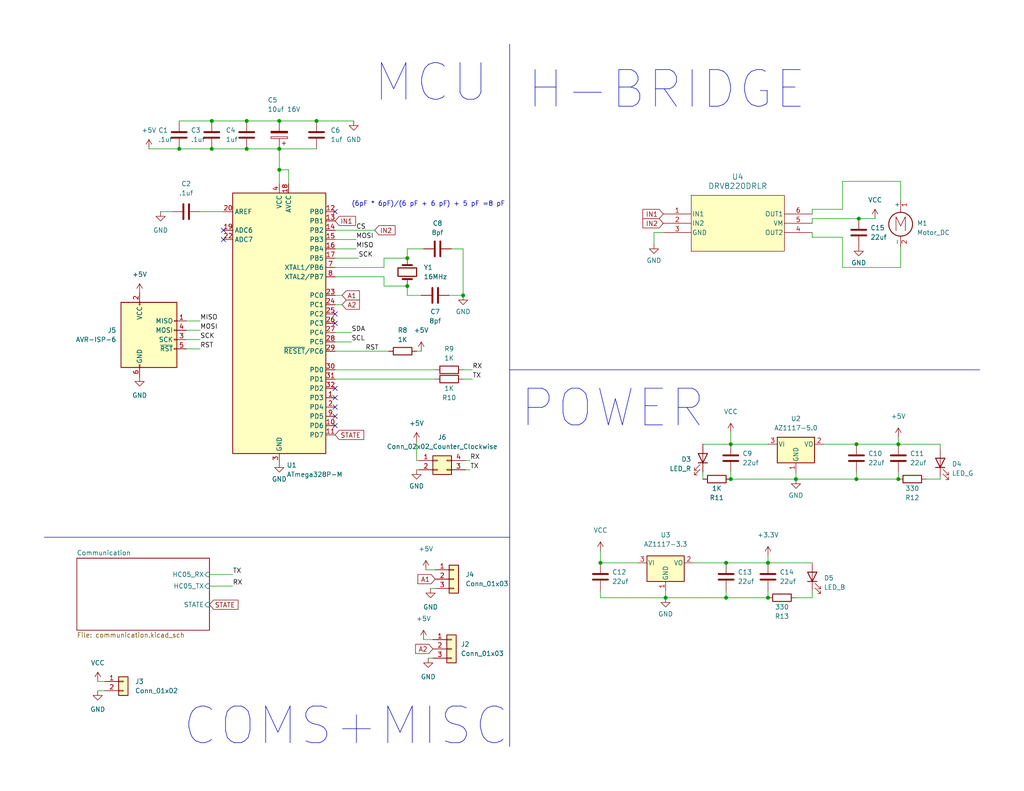
<source format=kicad_sch>
(kicad_sch (version 20230121) (generator eeschema)

  (uuid 94ef67f1-9fe5-4232-b8b5-71b9af9c1ba6)

  (paper "A")

  (lib_symbols
    (symbol "+5V_1" (power) (pin_names (offset 0)) (in_bom yes) (on_board yes)
      (property "Reference" "#PWR" (at 0 -3.81 0)
        (effects (font (size 1.27 1.27)) hide)
      )
      (property "Value" "+5V_1" (at 0 3.556 0)
        (effects (font (size 1.27 1.27)))
      )
      (property "Footprint" "" (at 0 0 0)
        (effects (font (size 1.27 1.27)) hide)
      )
      (property "Datasheet" "" (at 0 0 0)
        (effects (font (size 1.27 1.27)) hide)
      )
      (property "ki_keywords" "global power" (at 0 0 0)
        (effects (font (size 1.27 1.27)) hide)
      )
      (property "ki_description" "Power symbol creates a global label with name \"+5V\"" (at 0 0 0)
        (effects (font (size 1.27 1.27)) hide)
      )
      (symbol "+5V_1_0_1"
        (polyline
          (pts
            (xy -0.762 1.27)
            (xy 0 2.54)
          )
          (stroke (width 0) (type default))
          (fill (type none))
        )
        (polyline
          (pts
            (xy 0 0)
            (xy 0 2.54)
          )
          (stroke (width 0) (type default))
          (fill (type none))
        )
        (polyline
          (pts
            (xy 0 2.54)
            (xy 0.762 1.27)
          )
          (stroke (width 0) (type default))
          (fill (type none))
        )
      )
      (symbol "+5V_1_1_1"
        (pin power_in line (at 0 0 90) (length 0) hide
          (name "+5V" (effects (font (size 1.27 1.27))))
          (number "1" (effects (font (size 1.27 1.27))))
        )
      )
    )
    (symbol "Connector:AVR-ISP-6" (pin_names (offset 1.016)) (in_bom yes) (on_board yes)
      (property "Reference" "J" (at -6.35 11.43 0)
        (effects (font (size 1.27 1.27)) (justify left))
      )
      (property "Value" "AVR-ISP-6" (at 0 11.43 0)
        (effects (font (size 1.27 1.27)) (justify left))
      )
      (property "Footprint" "" (at -6.35 1.27 90)
        (effects (font (size 1.27 1.27)) hide)
      )
      (property "Datasheet" " ~" (at -32.385 -13.97 0)
        (effects (font (size 1.27 1.27)) hide)
      )
      (property "ki_keywords" "AVR ISP Connector" (at 0 0 0)
        (effects (font (size 1.27 1.27)) hide)
      )
      (property "ki_description" "Atmel 6-pin ISP connector" (at 0 0 0)
        (effects (font (size 1.27 1.27)) hide)
      )
      (property "ki_fp_filters" "IDC?Header*2x03* Pin?Header*2x03*" (at 0 0 0)
        (effects (font (size 1.27 1.27)) hide)
      )
      (symbol "AVR-ISP-6_0_1"
        (rectangle (start -2.667 -6.858) (end -2.413 -7.62)
          (stroke (width 0) (type default))
          (fill (type none))
        )
        (rectangle (start -2.667 10.16) (end -2.413 9.398)
          (stroke (width 0) (type default))
          (fill (type none))
        )
        (rectangle (start 7.62 -2.413) (end 6.858 -2.667)
          (stroke (width 0) (type default))
          (fill (type none))
        )
        (rectangle (start 7.62 0.127) (end 6.858 -0.127)
          (stroke (width 0) (type default))
          (fill (type none))
        )
        (rectangle (start 7.62 2.667) (end 6.858 2.413)
          (stroke (width 0) (type default))
          (fill (type none))
        )
        (rectangle (start 7.62 5.207) (end 6.858 4.953)
          (stroke (width 0) (type default))
          (fill (type none))
        )
        (rectangle (start 7.62 10.16) (end -7.62 -7.62)
          (stroke (width 0.254) (type default))
          (fill (type background))
        )
      )
      (symbol "AVR-ISP-6_1_1"
        (pin passive line (at 10.16 5.08 180) (length 2.54)
          (name "MISO" (effects (font (size 1.27 1.27))))
          (number "1" (effects (font (size 1.27 1.27))))
        )
        (pin passive line (at -2.54 12.7 270) (length 2.54)
          (name "VCC" (effects (font (size 1.27 1.27))))
          (number "2" (effects (font (size 1.27 1.27))))
        )
        (pin passive line (at 10.16 0 180) (length 2.54)
          (name "SCK" (effects (font (size 1.27 1.27))))
          (number "3" (effects (font (size 1.27 1.27))))
        )
        (pin passive line (at 10.16 2.54 180) (length 2.54)
          (name "MOSI" (effects (font (size 1.27 1.27))))
          (number "4" (effects (font (size 1.27 1.27))))
        )
        (pin passive line (at 10.16 -2.54 180) (length 2.54)
          (name "~{RST}" (effects (font (size 1.27 1.27))))
          (number "5" (effects (font (size 1.27 1.27))))
        )
        (pin passive line (at -2.54 -10.16 90) (length 2.54)
          (name "GND" (effects (font (size 1.27 1.27))))
          (number "6" (effects (font (size 1.27 1.27))))
        )
      )
    )
    (symbol "Connector_Generic:Conn_01x02" (pin_names (offset 1.016) hide) (in_bom yes) (on_board yes)
      (property "Reference" "J" (at 0 2.54 0)
        (effects (font (size 1.27 1.27)))
      )
      (property "Value" "Conn_01x02" (at 0 -5.08 0)
        (effects (font (size 1.27 1.27)))
      )
      (property "Footprint" "" (at 0 0 0)
        (effects (font (size 1.27 1.27)) hide)
      )
      (property "Datasheet" "~" (at 0 0 0)
        (effects (font (size 1.27 1.27)) hide)
      )
      (property "ki_keywords" "connector" (at 0 0 0)
        (effects (font (size 1.27 1.27)) hide)
      )
      (property "ki_description" "Generic connector, single row, 01x02, script generated (kicad-library-utils/schlib/autogen/connector/)" (at 0 0 0)
        (effects (font (size 1.27 1.27)) hide)
      )
      (property "ki_fp_filters" "Connector*:*_1x??_*" (at 0 0 0)
        (effects (font (size 1.27 1.27)) hide)
      )
      (symbol "Conn_01x02_1_1"
        (rectangle (start -1.27 -2.413) (end 0 -2.667)
          (stroke (width 0.1524) (type default))
          (fill (type none))
        )
        (rectangle (start -1.27 0.127) (end 0 -0.127)
          (stroke (width 0.1524) (type default))
          (fill (type none))
        )
        (rectangle (start -1.27 1.27) (end 1.27 -3.81)
          (stroke (width 0.254) (type default))
          (fill (type background))
        )
        (pin passive line (at -5.08 0 0) (length 3.81)
          (name "Pin_1" (effects (font (size 1.27 1.27))))
          (number "1" (effects (font (size 1.27 1.27))))
        )
        (pin passive line (at -5.08 -2.54 0) (length 3.81)
          (name "Pin_2" (effects (font (size 1.27 1.27))))
          (number "2" (effects (font (size 1.27 1.27))))
        )
      )
    )
    (symbol "Connector_Generic:Conn_01x03" (pin_names (offset 1.016) hide) (in_bom yes) (on_board yes)
      (property "Reference" "J" (at 0 5.08 0)
        (effects (font (size 1.27 1.27)))
      )
      (property "Value" "Conn_01x03" (at 0 -5.08 0)
        (effects (font (size 1.27 1.27)))
      )
      (property "Footprint" "" (at 0 0 0)
        (effects (font (size 1.27 1.27)) hide)
      )
      (property "Datasheet" "~" (at 0 0 0)
        (effects (font (size 1.27 1.27)) hide)
      )
      (property "ki_keywords" "connector" (at 0 0 0)
        (effects (font (size 1.27 1.27)) hide)
      )
      (property "ki_description" "Generic connector, single row, 01x03, script generated (kicad-library-utils/schlib/autogen/connector/)" (at 0 0 0)
        (effects (font (size 1.27 1.27)) hide)
      )
      (property "ki_fp_filters" "Connector*:*_1x??_*" (at 0 0 0)
        (effects (font (size 1.27 1.27)) hide)
      )
      (symbol "Conn_01x03_1_1"
        (rectangle (start -1.27 -2.413) (end 0 -2.667)
          (stroke (width 0.1524) (type default))
          (fill (type none))
        )
        (rectangle (start -1.27 0.127) (end 0 -0.127)
          (stroke (width 0.1524) (type default))
          (fill (type none))
        )
        (rectangle (start -1.27 2.667) (end 0 2.413)
          (stroke (width 0.1524) (type default))
          (fill (type none))
        )
        (rectangle (start -1.27 3.81) (end 1.27 -3.81)
          (stroke (width 0.254) (type default))
          (fill (type background))
        )
        (pin passive line (at -5.08 2.54 0) (length 3.81)
          (name "Pin_1" (effects (font (size 1.27 1.27))))
          (number "1" (effects (font (size 1.27 1.27))))
        )
        (pin passive line (at -5.08 0 0) (length 3.81)
          (name "Pin_2" (effects (font (size 1.27 1.27))))
          (number "2" (effects (font (size 1.27 1.27))))
        )
        (pin passive line (at -5.08 -2.54 0) (length 3.81)
          (name "Pin_3" (effects (font (size 1.27 1.27))))
          (number "3" (effects (font (size 1.27 1.27))))
        )
      )
    )
    (symbol "Connector_Generic:Conn_02x02_Counter_Clockwise" (pin_names (offset 1.016) hide) (in_bom yes) (on_board yes)
      (property "Reference" "J" (at 1.27 2.54 0)
        (effects (font (size 1.27 1.27)))
      )
      (property "Value" "Conn_02x02_Counter_Clockwise" (at 1.27 -5.08 0)
        (effects (font (size 1.27 1.27)))
      )
      (property "Footprint" "" (at 0 0 0)
        (effects (font (size 1.27 1.27)) hide)
      )
      (property "Datasheet" "~" (at 0 0 0)
        (effects (font (size 1.27 1.27)) hide)
      )
      (property "ki_keywords" "connector" (at 0 0 0)
        (effects (font (size 1.27 1.27)) hide)
      )
      (property "ki_description" "Generic connector, double row, 02x02, counter clockwise pin numbering scheme (similar to DIP package numbering), script generated (kicad-library-utils/schlib/autogen/connector/)" (at 0 0 0)
        (effects (font (size 1.27 1.27)) hide)
      )
      (property "ki_fp_filters" "Connector*:*_2x??_*" (at 0 0 0)
        (effects (font (size 1.27 1.27)) hide)
      )
      (symbol "Conn_02x02_Counter_Clockwise_1_1"
        (rectangle (start -1.27 -2.413) (end 0 -2.667)
          (stroke (width 0.1524) (type default))
          (fill (type none))
        )
        (rectangle (start -1.27 0.127) (end 0 -0.127)
          (stroke (width 0.1524) (type default))
          (fill (type none))
        )
        (rectangle (start -1.27 1.27) (end 3.81 -3.81)
          (stroke (width 0.254) (type default))
          (fill (type background))
        )
        (rectangle (start 3.81 -2.413) (end 2.54 -2.667)
          (stroke (width 0.1524) (type default))
          (fill (type none))
        )
        (rectangle (start 3.81 0.127) (end 2.54 -0.127)
          (stroke (width 0.1524) (type default))
          (fill (type none))
        )
        (pin passive line (at -5.08 0 0) (length 3.81)
          (name "Pin_1" (effects (font (size 1.27 1.27))))
          (number "1" (effects (font (size 1.27 1.27))))
        )
        (pin passive line (at -5.08 -2.54 0) (length 3.81)
          (name "Pin_2" (effects (font (size 1.27 1.27))))
          (number "2" (effects (font (size 1.27 1.27))))
        )
        (pin passive line (at 7.62 -2.54 180) (length 3.81)
          (name "Pin_3" (effects (font (size 1.27 1.27))))
          (number "3" (effects (font (size 1.27 1.27))))
        )
        (pin passive line (at 7.62 0 180) (length 3.81)
          (name "Pin_4" (effects (font (size 1.27 1.27))))
          (number "4" (effects (font (size 1.27 1.27))))
        )
      )
    )
    (symbol "Device:C" (pin_numbers hide) (pin_names (offset 0.254)) (in_bom yes) (on_board yes)
      (property "Reference" "C" (at 0.635 2.54 0)
        (effects (font (size 1.27 1.27)) (justify left))
      )
      (property "Value" "C" (at 0.635 -2.54 0)
        (effects (font (size 1.27 1.27)) (justify left))
      )
      (property "Footprint" "" (at 0.9652 -3.81 0)
        (effects (font (size 1.27 1.27)) hide)
      )
      (property "Datasheet" "~" (at 0 0 0)
        (effects (font (size 1.27 1.27)) hide)
      )
      (property "ki_keywords" "cap capacitor" (at 0 0 0)
        (effects (font (size 1.27 1.27)) hide)
      )
      (property "ki_description" "Unpolarized capacitor" (at 0 0 0)
        (effects (font (size 1.27 1.27)) hide)
      )
      (property "ki_fp_filters" "C_*" (at 0 0 0)
        (effects (font (size 1.27 1.27)) hide)
      )
      (symbol "C_0_1"
        (polyline
          (pts
            (xy -2.032 -0.762)
            (xy 2.032 -0.762)
          )
          (stroke (width 0.508) (type default))
          (fill (type none))
        )
        (polyline
          (pts
            (xy -2.032 0.762)
            (xy 2.032 0.762)
          )
          (stroke (width 0.508) (type default))
          (fill (type none))
        )
      )
      (symbol "C_1_1"
        (pin passive line (at 0 3.81 270) (length 2.794)
          (name "~" (effects (font (size 1.27 1.27))))
          (number "1" (effects (font (size 1.27 1.27))))
        )
        (pin passive line (at 0 -3.81 90) (length 2.794)
          (name "~" (effects (font (size 1.27 1.27))))
          (number "2" (effects (font (size 1.27 1.27))))
        )
      )
    )
    (symbol "Device:C_Polarized" (pin_numbers hide) (pin_names (offset 0.254)) (in_bom yes) (on_board yes)
      (property "Reference" "C" (at 0.635 2.54 0)
        (effects (font (size 1.27 1.27)) (justify left))
      )
      (property "Value" "C_Polarized" (at 0.635 -2.54 0)
        (effects (font (size 1.27 1.27)) (justify left))
      )
      (property "Footprint" "" (at 0.9652 -3.81 0)
        (effects (font (size 1.27 1.27)) hide)
      )
      (property "Datasheet" "~" (at 0 0 0)
        (effects (font (size 1.27 1.27)) hide)
      )
      (property "ki_keywords" "cap capacitor" (at 0 0 0)
        (effects (font (size 1.27 1.27)) hide)
      )
      (property "ki_description" "Polarized capacitor" (at 0 0 0)
        (effects (font (size 1.27 1.27)) hide)
      )
      (property "ki_fp_filters" "CP_*" (at 0 0 0)
        (effects (font (size 1.27 1.27)) hide)
      )
      (symbol "C_Polarized_0_1"
        (rectangle (start -2.286 0.508) (end 2.286 1.016)
          (stroke (width 0) (type default))
          (fill (type none))
        )
        (polyline
          (pts
            (xy -1.778 2.286)
            (xy -0.762 2.286)
          )
          (stroke (width 0) (type default))
          (fill (type none))
        )
        (polyline
          (pts
            (xy -1.27 2.794)
            (xy -1.27 1.778)
          )
          (stroke (width 0) (type default))
          (fill (type none))
        )
        (rectangle (start 2.286 -0.508) (end -2.286 -1.016)
          (stroke (width 0) (type default))
          (fill (type outline))
        )
      )
      (symbol "C_Polarized_1_1"
        (pin passive line (at 0 3.81 270) (length 2.794)
          (name "~" (effects (font (size 1.27 1.27))))
          (number "1" (effects (font (size 1.27 1.27))))
        )
        (pin passive line (at 0 -3.81 90) (length 2.794)
          (name "~" (effects (font (size 1.27 1.27))))
          (number "2" (effects (font (size 1.27 1.27))))
        )
      )
    )
    (symbol "Device:Crystal" (pin_numbers hide) (pin_names (offset 1.016) hide) (in_bom yes) (on_board yes)
      (property "Reference" "Y" (at 0 3.81 0)
        (effects (font (size 1.27 1.27)))
      )
      (property "Value" "Crystal" (at 0 -3.81 0)
        (effects (font (size 1.27 1.27)))
      )
      (property "Footprint" "" (at 0 0 0)
        (effects (font (size 1.27 1.27)) hide)
      )
      (property "Datasheet" "~" (at 0 0 0)
        (effects (font (size 1.27 1.27)) hide)
      )
      (property "ki_keywords" "quartz ceramic resonator oscillator" (at 0 0 0)
        (effects (font (size 1.27 1.27)) hide)
      )
      (property "ki_description" "Two pin crystal" (at 0 0 0)
        (effects (font (size 1.27 1.27)) hide)
      )
      (property "ki_fp_filters" "Crystal*" (at 0 0 0)
        (effects (font (size 1.27 1.27)) hide)
      )
      (symbol "Crystal_0_1"
        (rectangle (start -1.143 2.54) (end 1.143 -2.54)
          (stroke (width 0.3048) (type default))
          (fill (type none))
        )
        (polyline
          (pts
            (xy -2.54 0)
            (xy -1.905 0)
          )
          (stroke (width 0) (type default))
          (fill (type none))
        )
        (polyline
          (pts
            (xy -1.905 -1.27)
            (xy -1.905 1.27)
          )
          (stroke (width 0.508) (type default))
          (fill (type none))
        )
        (polyline
          (pts
            (xy 1.905 -1.27)
            (xy 1.905 1.27)
          )
          (stroke (width 0.508) (type default))
          (fill (type none))
        )
        (polyline
          (pts
            (xy 2.54 0)
            (xy 1.905 0)
          )
          (stroke (width 0) (type default))
          (fill (type none))
        )
      )
      (symbol "Crystal_1_1"
        (pin passive line (at -3.81 0 0) (length 1.27)
          (name "1" (effects (font (size 1.27 1.27))))
          (number "1" (effects (font (size 1.27 1.27))))
        )
        (pin passive line (at 3.81 0 180) (length 1.27)
          (name "2" (effects (font (size 1.27 1.27))))
          (number "2" (effects (font (size 1.27 1.27))))
        )
      )
    )
    (symbol "Device:LED" (pin_numbers hide) (pin_names (offset 1.016) hide) (in_bom yes) (on_board yes)
      (property "Reference" "D" (at 0 2.54 0)
        (effects (font (size 1.27 1.27)))
      )
      (property "Value" "LED" (at 0 -2.54 0)
        (effects (font (size 1.27 1.27)))
      )
      (property "Footprint" "" (at 0 0 0)
        (effects (font (size 1.27 1.27)) hide)
      )
      (property "Datasheet" "~" (at 0 0 0)
        (effects (font (size 1.27 1.27)) hide)
      )
      (property "ki_keywords" "LED diode" (at 0 0 0)
        (effects (font (size 1.27 1.27)) hide)
      )
      (property "ki_description" "Light emitting diode" (at 0 0 0)
        (effects (font (size 1.27 1.27)) hide)
      )
      (property "ki_fp_filters" "LED* LED_SMD:* LED_THT:*" (at 0 0 0)
        (effects (font (size 1.27 1.27)) hide)
      )
      (symbol "LED_0_1"
        (polyline
          (pts
            (xy -1.27 -1.27)
            (xy -1.27 1.27)
          )
          (stroke (width 0.254) (type default))
          (fill (type none))
        )
        (polyline
          (pts
            (xy -1.27 0)
            (xy 1.27 0)
          )
          (stroke (width 0) (type default))
          (fill (type none))
        )
        (polyline
          (pts
            (xy 1.27 -1.27)
            (xy 1.27 1.27)
            (xy -1.27 0)
            (xy 1.27 -1.27)
          )
          (stroke (width 0.254) (type default))
          (fill (type none))
        )
        (polyline
          (pts
            (xy -3.048 -0.762)
            (xy -4.572 -2.286)
            (xy -3.81 -2.286)
            (xy -4.572 -2.286)
            (xy -4.572 -1.524)
          )
          (stroke (width 0) (type default))
          (fill (type none))
        )
        (polyline
          (pts
            (xy -1.778 -0.762)
            (xy -3.302 -2.286)
            (xy -2.54 -2.286)
            (xy -3.302 -2.286)
            (xy -3.302 -1.524)
          )
          (stroke (width 0) (type default))
          (fill (type none))
        )
      )
      (symbol "LED_1_1"
        (pin passive line (at -3.81 0 0) (length 2.54)
          (name "K" (effects (font (size 1.27 1.27))))
          (number "1" (effects (font (size 1.27 1.27))))
        )
        (pin passive line (at 3.81 0 180) (length 2.54)
          (name "A" (effects (font (size 1.27 1.27))))
          (number "2" (effects (font (size 1.27 1.27))))
        )
      )
    )
    (symbol "Device:R" (pin_numbers hide) (pin_names (offset 0)) (in_bom yes) (on_board yes)
      (property "Reference" "R" (at 2.032 0 90)
        (effects (font (size 1.27 1.27)))
      )
      (property "Value" "R" (at 0 0 90)
        (effects (font (size 1.27 1.27)))
      )
      (property "Footprint" "" (at -1.778 0 90)
        (effects (font (size 1.27 1.27)) hide)
      )
      (property "Datasheet" "~" (at 0 0 0)
        (effects (font (size 1.27 1.27)) hide)
      )
      (property "ki_keywords" "R res resistor" (at 0 0 0)
        (effects (font (size 1.27 1.27)) hide)
      )
      (property "ki_description" "Resistor" (at 0 0 0)
        (effects (font (size 1.27 1.27)) hide)
      )
      (property "ki_fp_filters" "R_*" (at 0 0 0)
        (effects (font (size 1.27 1.27)) hide)
      )
      (symbol "R_0_1"
        (rectangle (start -1.016 -2.54) (end 1.016 2.54)
          (stroke (width 0.254) (type default))
          (fill (type none))
        )
      )
      (symbol "R_1_1"
        (pin passive line (at 0 3.81 270) (length 1.27)
          (name "~" (effects (font (size 1.27 1.27))))
          (number "1" (effects (font (size 1.27 1.27))))
        )
        (pin passive line (at 0 -3.81 90) (length 1.27)
          (name "~" (effects (font (size 1.27 1.27))))
          (number "2" (effects (font (size 1.27 1.27))))
        )
      )
    )
    (symbol "Driver_Motor:DRV8220DRLR" (pin_names (offset 0.254)) (in_bom yes) (on_board yes)
      (property "Reference" "U" (at 20.32 10.16 0)
        (effects (font (size 1.524 1.524)))
      )
      (property "Value" "DRV8220DRLR" (at 20.32 7.62 0)
        (effects (font (size 1.524 1.524)))
      )
      (property "Footprint" "Package_TO_SOT_SMD:SOT-563" (at 0 0 0)
        (effects (font (size 1.27 1.27) italic) hide)
      )
      (property "Datasheet" "https://www.ti.com/lit/ds/symlink/drv8220.pdf?HQS=dis-dk-null-digikeymode-dsf-pf-null-wwe&ts=1708223772829" (at 0 0 0)
        (effects (font (size 1.27 1.27) italic) hide)
      )
      (property "ki_keywords" "DRV8220DRLR" (at 0 0 0)
        (effects (font (size 1.27 1.27)) hide)
      )
      (property "ki_fp_filters" "SOT5X3-6_DRL_TEX SOT5X3-6_DRL_TEX-M SOT5X3-6_DRL_TEX-L" (at 0 0 0)
        (effects (font (size 1.27 1.27)) hide)
      )
      (symbol "DRV8220DRLR_0_1"
        (pin input line (at 0 0 0) (length 7.62)
          (name "IN1" (effects (font (size 1.27 1.27))))
          (number "1" (effects (font (size 1.27 1.27))))
        )
        (pin input line (at 0 -2.54 0) (length 7.62)
          (name "IN2" (effects (font (size 1.27 1.27))))
          (number "2" (effects (font (size 1.27 1.27))))
        )
        (pin power_out line (at 0 -5.08 0) (length 7.62)
          (name "GND" (effects (font (size 1.27 1.27))))
          (number "3" (effects (font (size 1.27 1.27))))
        )
        (pin output line (at 40.64 -5.08 180) (length 7.62)
          (name "OUT2" (effects (font (size 1.27 1.27))))
          (number "4" (effects (font (size 1.27 1.27))))
        )
        (pin power_in line (at 40.64 -2.54 180) (length 7.62)
          (name "VM" (effects (font (size 1.27 1.27))))
          (number "5" (effects (font (size 1.27 1.27))))
        )
        (pin output line (at 40.64 0 180) (length 7.62)
          (name "OUT1" (effects (font (size 1.27 1.27))))
          (number "6" (effects (font (size 1.27 1.27))))
        )
      )
      (symbol "DRV8220DRLR_1_1"
        (rectangle (start 7.62 5.08) (end 33.02 -10.16)
          (stroke (width 0) (type default))
          (fill (type background))
        )
      )
    )
    (symbol "GND_1" (power) (pin_names (offset 0)) (in_bom yes) (on_board yes)
      (property "Reference" "#PWR" (at 0 -6.35 0)
        (effects (font (size 1.27 1.27)) hide)
      )
      (property "Value" "GND_1" (at 0 -3.81 0)
        (effects (font (size 1.27 1.27)))
      )
      (property "Footprint" "" (at 0 0 0)
        (effects (font (size 1.27 1.27)) hide)
      )
      (property "Datasheet" "" (at 0 0 0)
        (effects (font (size 1.27 1.27)) hide)
      )
      (property "ki_keywords" "global power" (at 0 0 0)
        (effects (font (size 1.27 1.27)) hide)
      )
      (property "ki_description" "Power symbol creates a global label with name \"GND\" , ground" (at 0 0 0)
        (effects (font (size 1.27 1.27)) hide)
      )
      (symbol "GND_1_0_1"
        (polyline
          (pts
            (xy 0 0)
            (xy 0 -1.27)
            (xy 1.27 -1.27)
            (xy 0 -2.54)
            (xy -1.27 -1.27)
            (xy 0 -1.27)
          )
          (stroke (width 0) (type default))
          (fill (type none))
        )
      )
      (symbol "GND_1_1_1"
        (pin power_in line (at 0 0 270) (length 0) hide
          (name "GND" (effects (font (size 1.27 1.27))))
          (number "1" (effects (font (size 1.27 1.27))))
        )
      )
    )
    (symbol "MCU_Microchip_ATmega:ATmega328P-M" (in_bom yes) (on_board yes)
      (property "Reference" "U" (at -12.7 36.83 0)
        (effects (font (size 1.27 1.27)) (justify left bottom))
      )
      (property "Value" "ATmega328P-M" (at 2.54 -36.83 0)
        (effects (font (size 1.27 1.27)) (justify left top))
      )
      (property "Footprint" "Package_DFN_QFN:QFN-32-1EP_5x5mm_P0.5mm_EP3.1x3.1mm" (at 0 0 0)
        (effects (font (size 1.27 1.27) italic) hide)
      )
      (property "Datasheet" "http://ww1.microchip.com/downloads/en/DeviceDoc/ATmega328_P%20AVR%20MCU%20with%20picoPower%20Technology%20Data%20Sheet%2040001984A.pdf" (at 0 0 0)
        (effects (font (size 1.27 1.27)) hide)
      )
      (property "ki_keywords" "AVR 8bit Microcontroller MegaAVR PicoPower" (at 0 0 0)
        (effects (font (size 1.27 1.27)) hide)
      )
      (property "ki_description" "20MHz, 32kB Flash, 2kB SRAM, 1kB EEPROM, QFN-32" (at 0 0 0)
        (effects (font (size 1.27 1.27)) hide)
      )
      (property "ki_fp_filters" "QFN*1EP*5x5mm*P0.5mm*" (at 0 0 0)
        (effects (font (size 1.27 1.27)) hide)
      )
      (symbol "ATmega328P-M_0_1"
        (rectangle (start -12.7 -35.56) (end 12.7 35.56)
          (stroke (width 0.254) (type default))
          (fill (type background))
        )
      )
      (symbol "ATmega328P-M_1_1"
        (pin bidirectional line (at 15.24 -20.32 180) (length 2.54)
          (name "PD3" (effects (font (size 1.27 1.27))))
          (number "1" (effects (font (size 1.27 1.27))))
        )
        (pin bidirectional line (at 15.24 -27.94 180) (length 2.54)
          (name "PD6" (effects (font (size 1.27 1.27))))
          (number "10" (effects (font (size 1.27 1.27))))
        )
        (pin bidirectional line (at 15.24 -30.48 180) (length 2.54)
          (name "PD7" (effects (font (size 1.27 1.27))))
          (number "11" (effects (font (size 1.27 1.27))))
        )
        (pin bidirectional line (at 15.24 30.48 180) (length 2.54)
          (name "PB0" (effects (font (size 1.27 1.27))))
          (number "12" (effects (font (size 1.27 1.27))))
        )
        (pin bidirectional line (at 15.24 27.94 180) (length 2.54)
          (name "PB1" (effects (font (size 1.27 1.27))))
          (number "13" (effects (font (size 1.27 1.27))))
        )
        (pin bidirectional line (at 15.24 25.4 180) (length 2.54)
          (name "PB2" (effects (font (size 1.27 1.27))))
          (number "14" (effects (font (size 1.27 1.27))))
        )
        (pin bidirectional line (at 15.24 22.86 180) (length 2.54)
          (name "PB3" (effects (font (size 1.27 1.27))))
          (number "15" (effects (font (size 1.27 1.27))))
        )
        (pin bidirectional line (at 15.24 20.32 180) (length 2.54)
          (name "PB4" (effects (font (size 1.27 1.27))))
          (number "16" (effects (font (size 1.27 1.27))))
        )
        (pin bidirectional line (at 15.24 17.78 180) (length 2.54)
          (name "PB5" (effects (font (size 1.27 1.27))))
          (number "17" (effects (font (size 1.27 1.27))))
        )
        (pin power_in line (at 2.54 38.1 270) (length 2.54)
          (name "AVCC" (effects (font (size 1.27 1.27))))
          (number "18" (effects (font (size 1.27 1.27))))
        )
        (pin input line (at -15.24 25.4 0) (length 2.54)
          (name "ADC6" (effects (font (size 1.27 1.27))))
          (number "19" (effects (font (size 1.27 1.27))))
        )
        (pin bidirectional line (at 15.24 -22.86 180) (length 2.54)
          (name "PD4" (effects (font (size 1.27 1.27))))
          (number "2" (effects (font (size 1.27 1.27))))
        )
        (pin passive line (at -15.24 30.48 0) (length 2.54)
          (name "AREF" (effects (font (size 1.27 1.27))))
          (number "20" (effects (font (size 1.27 1.27))))
        )
        (pin passive line (at 0 -38.1 90) (length 2.54) hide
          (name "GND" (effects (font (size 1.27 1.27))))
          (number "21" (effects (font (size 1.27 1.27))))
        )
        (pin input line (at -15.24 22.86 0) (length 2.54)
          (name "ADC7" (effects (font (size 1.27 1.27))))
          (number "22" (effects (font (size 1.27 1.27))))
        )
        (pin bidirectional line (at 15.24 7.62 180) (length 2.54)
          (name "PC0" (effects (font (size 1.27 1.27))))
          (number "23" (effects (font (size 1.27 1.27))))
        )
        (pin bidirectional line (at 15.24 5.08 180) (length 2.54)
          (name "PC1" (effects (font (size 1.27 1.27))))
          (number "24" (effects (font (size 1.27 1.27))))
        )
        (pin bidirectional line (at 15.24 2.54 180) (length 2.54)
          (name "PC2" (effects (font (size 1.27 1.27))))
          (number "25" (effects (font (size 1.27 1.27))))
        )
        (pin bidirectional line (at 15.24 0 180) (length 2.54)
          (name "PC3" (effects (font (size 1.27 1.27))))
          (number "26" (effects (font (size 1.27 1.27))))
        )
        (pin bidirectional line (at 15.24 -2.54 180) (length 2.54)
          (name "PC4" (effects (font (size 1.27 1.27))))
          (number "27" (effects (font (size 1.27 1.27))))
        )
        (pin bidirectional line (at 15.24 -5.08 180) (length 2.54)
          (name "PC5" (effects (font (size 1.27 1.27))))
          (number "28" (effects (font (size 1.27 1.27))))
        )
        (pin bidirectional line (at 15.24 -7.62 180) (length 2.54)
          (name "~{RESET}/PC6" (effects (font (size 1.27 1.27))))
          (number "29" (effects (font (size 1.27 1.27))))
        )
        (pin power_in line (at 0 -38.1 90) (length 2.54)
          (name "GND" (effects (font (size 1.27 1.27))))
          (number "3" (effects (font (size 1.27 1.27))))
        )
        (pin bidirectional line (at 15.24 -12.7 180) (length 2.54)
          (name "PD0" (effects (font (size 1.27 1.27))))
          (number "30" (effects (font (size 1.27 1.27))))
        )
        (pin bidirectional line (at 15.24 -15.24 180) (length 2.54)
          (name "PD1" (effects (font (size 1.27 1.27))))
          (number "31" (effects (font (size 1.27 1.27))))
        )
        (pin bidirectional line (at 15.24 -17.78 180) (length 2.54)
          (name "PD2" (effects (font (size 1.27 1.27))))
          (number "32" (effects (font (size 1.27 1.27))))
        )
        (pin passive line (at 0 -38.1 90) (length 2.54) hide
          (name "GND" (effects (font (size 1.27 1.27))))
          (number "33" (effects (font (size 1.27 1.27))))
        )
        (pin power_in line (at 0 38.1 270) (length 2.54)
          (name "VCC" (effects (font (size 1.27 1.27))))
          (number "4" (effects (font (size 1.27 1.27))))
        )
        (pin passive line (at 0 -38.1 90) (length 2.54) hide
          (name "GND" (effects (font (size 1.27 1.27))))
          (number "5" (effects (font (size 1.27 1.27))))
        )
        (pin passive line (at 0 38.1 270) (length 2.54) hide
          (name "VCC" (effects (font (size 1.27 1.27))))
          (number "6" (effects (font (size 1.27 1.27))))
        )
        (pin bidirectional line (at 15.24 15.24 180) (length 2.54)
          (name "XTAL1/PB6" (effects (font (size 1.27 1.27))))
          (number "7" (effects (font (size 1.27 1.27))))
        )
        (pin bidirectional line (at 15.24 12.7 180) (length 2.54)
          (name "XTAL2/PB7" (effects (font (size 1.27 1.27))))
          (number "8" (effects (font (size 1.27 1.27))))
        )
        (pin bidirectional line (at 15.24 -25.4 180) (length 2.54)
          (name "PD5" (effects (font (size 1.27 1.27))))
          (number "9" (effects (font (size 1.27 1.27))))
        )
      )
    )
    (symbol "Motor:Motor_DC" (pin_names (offset 0)) (in_bom yes) (on_board yes)
      (property "Reference" "M" (at 2.54 2.54 0)
        (effects (font (size 1.27 1.27)) (justify left))
      )
      (property "Value" "Motor_DC" (at 2.54 -5.08 0)
        (effects (font (size 1.27 1.27)) (justify left top))
      )
      (property "Footprint" "" (at 0 -2.286 0)
        (effects (font (size 1.27 1.27)) hide)
      )
      (property "Datasheet" "~" (at 0 -2.286 0)
        (effects (font (size 1.27 1.27)) hide)
      )
      (property "ki_keywords" "DC Motor" (at 0 0 0)
        (effects (font (size 1.27 1.27)) hide)
      )
      (property "ki_description" "DC Motor" (at 0 0 0)
        (effects (font (size 1.27 1.27)) hide)
      )
      (property "ki_fp_filters" "PinHeader*P2.54mm* TerminalBlock*" (at 0 0 0)
        (effects (font (size 1.27 1.27)) hide)
      )
      (symbol "Motor_DC_0_0"
        (polyline
          (pts
            (xy -1.27 -3.302)
            (xy -1.27 0.508)
            (xy 0 -2.032)
            (xy 1.27 0.508)
            (xy 1.27 -3.302)
          )
          (stroke (width 0) (type default))
          (fill (type none))
        )
      )
      (symbol "Motor_DC_0_1"
        (circle (center 0 -1.524) (radius 3.2512)
          (stroke (width 0.254) (type default))
          (fill (type none))
        )
        (polyline
          (pts
            (xy 0 -7.62)
            (xy 0 -7.112)
          )
          (stroke (width 0) (type default))
          (fill (type none))
        )
        (polyline
          (pts
            (xy 0 -4.7752)
            (xy 0 -5.1816)
          )
          (stroke (width 0) (type default))
          (fill (type none))
        )
        (polyline
          (pts
            (xy 0 1.7272)
            (xy 0 2.0828)
          )
          (stroke (width 0) (type default))
          (fill (type none))
        )
        (polyline
          (pts
            (xy 0 2.032)
            (xy 0 2.54)
          )
          (stroke (width 0) (type default))
          (fill (type none))
        )
      )
      (symbol "Motor_DC_1_1"
        (pin passive line (at 0 5.08 270) (length 2.54)
          (name "+" (effects (font (size 1.27 1.27))))
          (number "1" (effects (font (size 1.27 1.27))))
        )
        (pin passive line (at 0 -7.62 90) (length 2.54)
          (name "-" (effects (font (size 1.27 1.27))))
          (number "2" (effects (font (size 1.27 1.27))))
        )
      )
    )
    (symbol "Regulator_Linear:AZ1117-3.3" (pin_names (offset 0.254)) (in_bom yes) (on_board yes)
      (property "Reference" "U" (at -3.81 3.175 0)
        (effects (font (size 1.27 1.27)))
      )
      (property "Value" "AZ1117-3.3" (at 0 3.175 0)
        (effects (font (size 1.27 1.27)) (justify left))
      )
      (property "Footprint" "" (at 0 6.35 0)
        (effects (font (size 1.27 1.27) italic) hide)
      )
      (property "Datasheet" "https://www.diodes.com/assets/Datasheets/AZ1117.pdf" (at 0 0 0)
        (effects (font (size 1.27 1.27)) hide)
      )
      (property "ki_keywords" "Fixed Voltage Regulator 1A Positive LDO" (at 0 0 0)
        (effects (font (size 1.27 1.27)) hide)
      )
      (property "ki_description" "1A 20V Fixed LDO Linear Regulator, 3.3V, SOT-89/SOT-223/TO-220/TO-252/TO-263" (at 0 0 0)
        (effects (font (size 1.27 1.27)) hide)
      )
      (property "ki_fp_filters" "SOT?223* SOT?89* TO?220* TO?252* TO?263*" (at 0 0 0)
        (effects (font (size 1.27 1.27)) hide)
      )
      (symbol "AZ1117-3.3_0_1"
        (rectangle (start -5.08 1.905) (end 5.08 -5.08)
          (stroke (width 0.254) (type default))
          (fill (type background))
        )
      )
      (symbol "AZ1117-3.3_1_1"
        (pin power_in line (at 0 -7.62 90) (length 2.54)
          (name "GND" (effects (font (size 1.27 1.27))))
          (number "1" (effects (font (size 1.27 1.27))))
        )
        (pin power_out line (at 7.62 0 180) (length 2.54)
          (name "VO" (effects (font (size 1.27 1.27))))
          (number "2" (effects (font (size 1.27 1.27))))
        )
        (pin power_in line (at -7.62 0 0) (length 2.54)
          (name "VI" (effects (font (size 1.27 1.27))))
          (number "3" (effects (font (size 1.27 1.27))))
        )
      )
    )
    (symbol "Regulator_Linear:AZ1117-5.0" (pin_names (offset 0.254)) (in_bom yes) (on_board yes)
      (property "Reference" "U" (at -3.81 3.175 0)
        (effects (font (size 1.27 1.27)))
      )
      (property "Value" "AZ1117-5.0" (at 0 3.175 0)
        (effects (font (size 1.27 1.27)) (justify left))
      )
      (property "Footprint" "" (at 0 6.35 0)
        (effects (font (size 1.27 1.27) italic) hide)
      )
      (property "Datasheet" "https://www.diodes.com/assets/Datasheets/AZ1117.pdf" (at 0 0 0)
        (effects (font (size 1.27 1.27)) hide)
      )
      (property "ki_keywords" "Fixed Voltage Regulator 1A Positive LDO" (at 0 0 0)
        (effects (font (size 1.27 1.27)) hide)
      )
      (property "ki_description" "1A 20V Fixed LDO Linear Regulator, 5.0V, SOT-89/SOT-223/TO-220/TO-252/TO-263" (at 0 0 0)
        (effects (font (size 1.27 1.27)) hide)
      )
      (property "ki_fp_filters" "SOT?223* SOT?89* TO?220* TO?252* TO?263*" (at 0 0 0)
        (effects (font (size 1.27 1.27)) hide)
      )
      (symbol "AZ1117-5.0_0_1"
        (rectangle (start -5.08 1.905) (end 5.08 -5.08)
          (stroke (width 0.254) (type default))
          (fill (type background))
        )
      )
      (symbol "AZ1117-5.0_1_1"
        (pin power_in line (at 0 -7.62 90) (length 2.54)
          (name "GND" (effects (font (size 1.27 1.27))))
          (number "1" (effects (font (size 1.27 1.27))))
        )
        (pin power_out line (at 7.62 0 180) (length 2.54)
          (name "VO" (effects (font (size 1.27 1.27))))
          (number "2" (effects (font (size 1.27 1.27))))
        )
        (pin power_in line (at -7.62 0 0) (length 2.54)
          (name "VI" (effects (font (size 1.27 1.27))))
          (number "3" (effects (font (size 1.27 1.27))))
        )
      )
    )
    (symbol "VCC_1" (power) (pin_names (offset 0)) (in_bom yes) (on_board yes)
      (property "Reference" "#PWR" (at 0 -3.81 0)
        (effects (font (size 1.27 1.27)) hide)
      )
      (property "Value" "VCC_1" (at 0 3.81 0)
        (effects (font (size 1.27 1.27)))
      )
      (property "Footprint" "" (at 0 0 0)
        (effects (font (size 1.27 1.27)) hide)
      )
      (property "Datasheet" "" (at 0 0 0)
        (effects (font (size 1.27 1.27)) hide)
      )
      (property "ki_keywords" "global power" (at 0 0 0)
        (effects (font (size 1.27 1.27)) hide)
      )
      (property "ki_description" "Power symbol creates a global label with name \"VCC\"" (at 0 0 0)
        (effects (font (size 1.27 1.27)) hide)
      )
      (symbol "VCC_1_0_1"
        (polyline
          (pts
            (xy -0.762 1.27)
            (xy 0 2.54)
          )
          (stroke (width 0) (type default))
          (fill (type none))
        )
        (polyline
          (pts
            (xy 0 0)
            (xy 0 2.54)
          )
          (stroke (width 0) (type default))
          (fill (type none))
        )
        (polyline
          (pts
            (xy 0 2.54)
            (xy 0.762 1.27)
          )
          (stroke (width 0) (type default))
          (fill (type none))
        )
      )
      (symbol "VCC_1_1_1"
        (pin power_in line (at 0 0 90) (length 0) hide
          (name "VCC" (effects (font (size 1.27 1.27))))
          (number "1" (effects (font (size 1.27 1.27))))
        )
      )
    )
    (symbol "VCC_2" (power) (pin_names (offset 0)) (in_bom yes) (on_board yes)
      (property "Reference" "#PWR" (at 0 -3.81 0)
        (effects (font (size 1.27 1.27)) hide)
      )
      (property "Value" "VCC_2" (at 0 3.81 0)
        (effects (font (size 1.27 1.27)))
      )
      (property "Footprint" "" (at 0 0 0)
        (effects (font (size 1.27 1.27)) hide)
      )
      (property "Datasheet" "" (at 0 0 0)
        (effects (font (size 1.27 1.27)) hide)
      )
      (property "ki_keywords" "global power" (at 0 0 0)
        (effects (font (size 1.27 1.27)) hide)
      )
      (property "ki_description" "Power symbol creates a global label with name \"VCC\"" (at 0 0 0)
        (effects (font (size 1.27 1.27)) hide)
      )
      (symbol "VCC_2_0_1"
        (polyline
          (pts
            (xy -0.762 1.27)
            (xy 0 2.54)
          )
          (stroke (width 0) (type default))
          (fill (type none))
        )
        (polyline
          (pts
            (xy 0 0)
            (xy 0 2.54)
          )
          (stroke (width 0) (type default))
          (fill (type none))
        )
        (polyline
          (pts
            (xy 0 2.54)
            (xy 0.762 1.27)
          )
          (stroke (width 0) (type default))
          (fill (type none))
        )
      )
      (symbol "VCC_2_1_1"
        (pin power_in line (at 0 0 90) (length 0) hide
          (name "VCC" (effects (font (size 1.27 1.27))))
          (number "1" (effects (font (size 1.27 1.27))))
        )
      )
    )
    (symbol "power:+3.3V" (power) (pin_names (offset 0)) (in_bom yes) (on_board yes)
      (property "Reference" "#PWR" (at 0 -3.81 0)
        (effects (font (size 1.27 1.27)) hide)
      )
      (property "Value" "+3.3V" (at 0 3.556 0)
        (effects (font (size 1.27 1.27)))
      )
      (property "Footprint" "" (at 0 0 0)
        (effects (font (size 1.27 1.27)) hide)
      )
      (property "Datasheet" "" (at 0 0 0)
        (effects (font (size 1.27 1.27)) hide)
      )
      (property "ki_keywords" "power-flag" (at 0 0 0)
        (effects (font (size 1.27 1.27)) hide)
      )
      (property "ki_description" "Power symbol creates a global label with name \"+3.3V\"" (at 0 0 0)
        (effects (font (size 1.27 1.27)) hide)
      )
      (symbol "+3.3V_0_1"
        (polyline
          (pts
            (xy -0.762 1.27)
            (xy 0 2.54)
          )
          (stroke (width 0) (type default))
          (fill (type none))
        )
        (polyline
          (pts
            (xy 0 0)
            (xy 0 2.54)
          )
          (stroke (width 0) (type default))
          (fill (type none))
        )
        (polyline
          (pts
            (xy 0 2.54)
            (xy 0.762 1.27)
          )
          (stroke (width 0) (type default))
          (fill (type none))
        )
      )
      (symbol "+3.3V_1_1"
        (pin power_in line (at 0 0 90) (length 0) hide
          (name "+3.3V" (effects (font (size 1.27 1.27))))
          (number "1" (effects (font (size 1.27 1.27))))
        )
      )
    )
    (symbol "power:+5V" (power) (pin_names (offset 0)) (in_bom yes) (on_board yes)
      (property "Reference" "#PWR" (at 0 -3.81 0)
        (effects (font (size 1.27 1.27)) hide)
      )
      (property "Value" "+5V" (at 0 3.556 0)
        (effects (font (size 1.27 1.27)))
      )
      (property "Footprint" "" (at 0 0 0)
        (effects (font (size 1.27 1.27)) hide)
      )
      (property "Datasheet" "" (at 0 0 0)
        (effects (font (size 1.27 1.27)) hide)
      )
      (property "ki_keywords" "power-flag" (at 0 0 0)
        (effects (font (size 1.27 1.27)) hide)
      )
      (property "ki_description" "Power symbol creates a global label with name \"+5V\"" (at 0 0 0)
        (effects (font (size 1.27 1.27)) hide)
      )
      (symbol "+5V_0_1"
        (polyline
          (pts
            (xy -0.762 1.27)
            (xy 0 2.54)
          )
          (stroke (width 0) (type default))
          (fill (type none))
        )
        (polyline
          (pts
            (xy 0 0)
            (xy 0 2.54)
          )
          (stroke (width 0) (type default))
          (fill (type none))
        )
        (polyline
          (pts
            (xy 0 2.54)
            (xy 0.762 1.27)
          )
          (stroke (width 0) (type default))
          (fill (type none))
        )
      )
      (symbol "+5V_1_1"
        (pin power_in line (at 0 0 90) (length 0) hide
          (name "+5V" (effects (font (size 1.27 1.27))))
          (number "1" (effects (font (size 1.27 1.27))))
        )
      )
    )
    (symbol "power:GND" (power) (pin_names (offset 0)) (in_bom yes) (on_board yes)
      (property "Reference" "#PWR" (at 0 -6.35 0)
        (effects (font (size 1.27 1.27)) hide)
      )
      (property "Value" "GND" (at 0 -3.81 0)
        (effects (font (size 1.27 1.27)))
      )
      (property "Footprint" "" (at 0 0 0)
        (effects (font (size 1.27 1.27)) hide)
      )
      (property "Datasheet" "" (at 0 0 0)
        (effects (font (size 1.27 1.27)) hide)
      )
      (property "ki_keywords" "power-flag" (at 0 0 0)
        (effects (font (size 1.27 1.27)) hide)
      )
      (property "ki_description" "Power symbol creates a global label with name \"GND\" , ground" (at 0 0 0)
        (effects (font (size 1.27 1.27)) hide)
      )
      (symbol "GND_0_1"
        (polyline
          (pts
            (xy 0 0)
            (xy 0 -1.27)
            (xy 1.27 -1.27)
            (xy 0 -2.54)
            (xy -1.27 -1.27)
            (xy 0 -1.27)
          )
          (stroke (width 0) (type default))
          (fill (type none))
        )
      )
      (symbol "GND_1_1"
        (pin power_in line (at 0 0 270) (length 0) hide
          (name "GND" (effects (font (size 1.27 1.27))))
          (number "1" (effects (font (size 1.27 1.27))))
        )
      )
    )
    (symbol "power:VCC" (power) (pin_names (offset 0)) (in_bom yes) (on_board yes)
      (property "Reference" "#PWR" (at 0 -3.81 0)
        (effects (font (size 1.27 1.27)) hide)
      )
      (property "Value" "VCC" (at 0 3.81 0)
        (effects (font (size 1.27 1.27)))
      )
      (property "Footprint" "" (at 0 0 0)
        (effects (font (size 1.27 1.27)) hide)
      )
      (property "Datasheet" "" (at 0 0 0)
        (effects (font (size 1.27 1.27)) hide)
      )
      (property "ki_keywords" "power-flag" (at 0 0 0)
        (effects (font (size 1.27 1.27)) hide)
      )
      (property "ki_description" "Power symbol creates a global label with name \"VCC\"" (at 0 0 0)
        (effects (font (size 1.27 1.27)) hide)
      )
      (symbol "VCC_0_1"
        (polyline
          (pts
            (xy -0.762 1.27)
            (xy 0 2.54)
          )
          (stroke (width 0) (type default))
          (fill (type none))
        )
        (polyline
          (pts
            (xy 0 0)
            (xy 0 2.54)
          )
          (stroke (width 0) (type default))
          (fill (type none))
        )
        (polyline
          (pts
            (xy 0 2.54)
            (xy 0.762 1.27)
          )
          (stroke (width 0) (type default))
          (fill (type none))
        )
      )
      (symbol "VCC_1_1"
        (pin power_in line (at 0 0 90) (length 0) hide
          (name "VCC" (effects (font (size 1.27 1.27))))
          (number "1" (effects (font (size 1.27 1.27))))
        )
      )
    )
  )

  (junction (at 76.2 46.355) (diameter 0) (color 0 0 0 0)
    (uuid 011bc259-feae-4924-9a2f-38719e734c76)
  )
  (junction (at 245.11 121.285) (diameter 0) (color 0 0 0 0)
    (uuid 02a1a4ff-cdcf-410a-8d18-300e7c5e097a)
  )
  (junction (at 57.785 33.02) (diameter 0) (color 0 0 0 0)
    (uuid 06d8a791-8f7e-4fa8-b247-29d280278966)
  )
  (junction (at 76.2 40.64) (diameter 0) (color 0 0 0 0)
    (uuid 14c199ff-4d6b-4aef-9c52-c3600309c65e)
  )
  (junction (at 67.31 33.02) (diameter 0) (color 0 0 0 0)
    (uuid 21289de0-dcb7-4028-8aff-dcebf018da4e)
  )
  (junction (at 234.315 59.69) (diameter 0) (color 0 0 0 0)
    (uuid 2493211e-5acc-49ae-bf18-d7108aa102dc)
  )
  (junction (at 181.61 163.195) (diameter 0) (color 0 0 0 0)
    (uuid 3d5c3647-21ac-4bff-b8cd-43d3fa92e09d)
  )
  (junction (at 111.125 70.485) (diameter 0) (color 0 0 0 0)
    (uuid 4a294ef6-634d-4454-88e6-3d5c16679f1d)
  )
  (junction (at 245.11 130.81) (diameter 0) (color 0 0 0 0)
    (uuid 4c72ff8c-b2e7-4836-b92f-a24482fe1742)
  )
  (junction (at 209.55 153.67) (diameter 0) (color 0 0 0 0)
    (uuid 50dd1d39-fa58-4db2-a1b6-d4f01c712362)
  )
  (junction (at 209.55 163.195) (diameter 0) (color 0 0 0 0)
    (uuid 52659a6f-6a3c-4633-af93-715a2df30899)
  )
  (junction (at 48.895 40.64) (diameter 0) (color 0 0 0 0)
    (uuid 568cb5bf-1861-44d4-9f30-fe7cc56d271f)
  )
  (junction (at 57.785 40.64) (diameter 0) (color 0 0 0 0)
    (uuid 6524aa31-996a-4648-a324-8a30935fa218)
  )
  (junction (at 199.39 121.285) (diameter 0) (color 0 0 0 0)
    (uuid 6b86df00-0306-4d89-a6ba-565acc4b57db)
  )
  (junction (at 67.31 40.64) (diameter 0) (color 0 0 0 0)
    (uuid 7951330a-a223-4196-87bc-31cf6bbdd39d)
  )
  (junction (at 233.68 130.81) (diameter 0) (color 0 0 0 0)
    (uuid 875fcb52-95fe-48d7-a6da-ea1ae1b789eb)
  )
  (junction (at 86.36 33.02) (diameter 0) (color 0 0 0 0)
    (uuid a4538f76-adc0-410d-a806-aaa209124f57)
  )
  (junction (at 111.125 78.105) (diameter 0) (color 0 0 0 0)
    (uuid a93191b8-6565-4f9e-a0c3-e4125fd34bbb)
  )
  (junction (at 198.12 163.195) (diameter 0) (color 0 0 0 0)
    (uuid c34a1a4f-677c-493c-8027-3e243ce7ec4c)
  )
  (junction (at 163.83 153.67) (diameter 0) (color 0 0 0 0)
    (uuid c8b020b4-2150-426b-ac92-306dd4972beb)
  )
  (junction (at 76.2 33.02) (diameter 0) (color 0 0 0 0)
    (uuid d1afbf19-5f32-46e8-9cca-233f96dd842b)
  )
  (junction (at 198.12 153.67) (diameter 0) (color 0 0 0 0)
    (uuid e20a8942-5b4b-45d0-b3ba-eb052a4cad6b)
  )
  (junction (at 199.39 130.81) (diameter 0) (color 0 0 0 0)
    (uuid e36ac65a-b581-44a5-93f7-95685993811c)
  )
  (junction (at 126.365 80.645) (diameter 0) (color 0 0 0 0)
    (uuid e6747d1e-6515-46a4-97bb-a385736eac87)
  )
  (junction (at 233.68 121.285) (diameter 0) (color 0 0 0 0)
    (uuid e6d2250b-2a25-41a0-a665-4eb1b2878476)
  )
  (junction (at 217.17 130.81) (diameter 0) (color 0 0 0 0)
    (uuid fb4c8129-8280-4817-8e3b-b94c0c7f47a2)
  )

  (no_connect (at 60.96 65.405) (uuid 38502c36-0a3e-4f2c-a8eb-9ec927f03b54))
  (no_connect (at 91.44 106.045) (uuid 3aa72627-49e2-46e1-b9d0-037d81e692c4))
  (no_connect (at 91.44 88.265) (uuid 49206008-601c-4f84-be35-5cb4f2f66110))
  (no_connect (at 91.44 116.205) (uuid 71596bda-1565-43da-a317-4e665197f379))
  (no_connect (at 91.44 113.665) (uuid 7e4e6d0a-5e9b-4fee-a838-e9c3ff14d37d))
  (no_connect (at 91.44 85.725) (uuid 833a66ed-40a5-453c-9dd2-901a729208cf))
  (no_connect (at 91.44 108.585) (uuid 8a94f123-f3e1-462f-86b9-570000a3f4ea))
  (no_connect (at 91.44 57.785) (uuid 8d533845-a57a-4b2e-88ef-df52c48739b6))
  (no_connect (at 91.44 111.125) (uuid 9b0764b9-60b4-45b4-94b4-879f8b9dc00e))
  (no_connect (at 60.96 62.865) (uuid ba79f32c-ee8e-43cc-8a18-0c99e5563f2d))

  (wire (pts (xy 123.19 67.945) (xy 126.365 67.945))
    (stroke (width 0) (type default))
    (uuid 06dd21d9-ed67-4a32-b187-fbf1967985bb)
  )
  (wire (pts (xy 163.83 163.195) (xy 163.83 161.29))
    (stroke (width 0) (type default))
    (uuid 08b32eac-32ec-41a9-ab6a-ad1d7ba43b88)
  )
  (wire (pts (xy 234.315 59.69) (xy 238.76 59.69))
    (stroke (width 0) (type default))
    (uuid 0d2285ae-7b72-4838-8b4b-dd9fe522691c)
  )
  (wire (pts (xy 111.125 78.105) (xy 111.125 80.645))
    (stroke (width 0) (type default))
    (uuid 0d3b050a-09d3-4ba9-9431-653503ee2e8e)
  )
  (wire (pts (xy 57.15 156.845) (xy 63.5 156.845))
    (stroke (width 0) (type default))
    (uuid 0ea983e7-3287-41dd-87fe-38718e07be5b)
  )
  (wire (pts (xy 181.61 161.29) (xy 181.61 163.195))
    (stroke (width 0) (type default))
    (uuid 12a7aa17-16b0-499a-bb6e-4f91b1d2996f)
  )
  (wire (pts (xy 40.64 40.64) (xy 48.895 40.64))
    (stroke (width 0) (type default))
    (uuid 15f35739-5ed4-45de-9044-8cb3d3cfee5b)
  )
  (wire (pts (xy 224.79 121.285) (xy 233.68 121.285))
    (stroke (width 0) (type default))
    (uuid 18285f8e-c0b4-4fc6-8942-ac40d60abe1f)
  )
  (polyline (pts (xy 139.065 12.065) (xy 139.065 146.685))
    (stroke (width 0) (type default))
    (uuid 1a0aff96-238e-4090-b059-165085801847)
  )

  (wire (pts (xy 163.83 150.495) (xy 163.83 153.67))
    (stroke (width 0) (type default))
    (uuid 1ad61abc-7eeb-4873-b1f2-d917eeeec29c)
  )
  (wire (pts (xy 114.935 95.885) (xy 113.665 95.885))
    (stroke (width 0) (type default))
    (uuid 1c5de092-8c9e-4439-ac30-ba1b4325eb9f)
  )
  (wire (pts (xy 199.39 130.81) (xy 217.17 130.81))
    (stroke (width 0) (type default))
    (uuid 1d0e0643-725a-4639-bbb2-f159dcfed109)
  )
  (wire (pts (xy 118.745 103.505) (xy 91.44 103.505))
    (stroke (width 0) (type default))
    (uuid 1edbe45c-b8d9-48ff-bfd3-fc46d4af913f)
  )
  (wire (pts (xy 245.745 73.025) (xy 245.745 67.31))
    (stroke (width 0) (type default))
    (uuid 20119af5-f382-4daa-91b7-ba0668868638)
  )
  (wire (pts (xy 126.365 67.945) (xy 126.365 80.645))
    (stroke (width 0) (type default))
    (uuid 201b0ed8-529e-4e52-8864-5a2682d101e4)
  )
  (wire (pts (xy 104.775 73.025) (xy 91.44 73.025))
    (stroke (width 0) (type default))
    (uuid 2116593c-e329-4727-8078-16817ea2012b)
  )
  (wire (pts (xy 122.555 80.645) (xy 126.365 80.645))
    (stroke (width 0) (type default))
    (uuid 2547c488-37a6-4d46-a6fc-4aa38f5d8ce7)
  )
  (wire (pts (xy 198.12 163.195) (xy 198.12 161.29))
    (stroke (width 0) (type default))
    (uuid 26ac1983-4db0-4977-91e5-50ccbe3d70b0)
  )
  (wire (pts (xy 256.54 130.81) (xy 256.54 130.175))
    (stroke (width 0) (type default))
    (uuid 27279a06-f1dc-434b-81dd-1bd5f0cd364f)
  )
  (wire (pts (xy 97.155 67.945) (xy 91.44 67.945))
    (stroke (width 0) (type default))
    (uuid 27d4c66d-77b2-4dde-abba-4f60e3c0f43b)
  )
  (wire (pts (xy 209.55 161.29) (xy 209.55 163.195))
    (stroke (width 0) (type default))
    (uuid 2e9e4189-6d3c-40ab-b88d-d8f8aca776db)
  )
  (wire (pts (xy 217.17 130.81) (xy 217.17 128.905))
    (stroke (width 0) (type default))
    (uuid 3376e392-d286-4ff2-8299-e5ddfe569421)
  )
  (wire (pts (xy 229.87 64.77) (xy 229.87 73.025))
    (stroke (width 0) (type default))
    (uuid 3813ddba-d4ac-4cc2-836e-f5d347878d25)
  )
  (wire (pts (xy 95.885 90.805) (xy 91.44 90.805))
    (stroke (width 0) (type default))
    (uuid 3a0ff337-d59f-4dca-8736-e4df40d7d373)
  )
  (wire (pts (xy 111.125 70.485) (xy 104.775 70.485))
    (stroke (width 0) (type default))
    (uuid 3cb528e5-a83c-4abe-907d-f2fe80992add)
  )
  (wire (pts (xy 26.67 188.595) (xy 28.575 188.595))
    (stroke (width 0) (type default))
    (uuid 3da6d0e5-04ae-45d9-8040-2ef4f307937b)
  )
  (wire (pts (xy 111.125 67.945) (xy 111.125 70.485))
    (stroke (width 0) (type default))
    (uuid 3de28464-b560-4952-8cf3-4a8635556d53)
  )
  (wire (pts (xy 163.83 153.67) (xy 173.99 153.67))
    (stroke (width 0) (type default))
    (uuid 3df7ac36-53a9-4401-a71c-bfcc7a83fb31)
  )
  (wire (pts (xy 113.665 128.27) (xy 114.3 128.27))
    (stroke (width 0) (type default))
    (uuid 3e3f3e99-e18b-444b-a5f9-e4c7fe68b958)
  )
  (wire (pts (xy 78.74 46.355) (xy 76.2 46.355))
    (stroke (width 0) (type default))
    (uuid 3f035b33-f7af-4c78-9cf4-91b97f0169c9)
  )
  (wire (pts (xy 116.205 155.575) (xy 118.745 155.575))
    (stroke (width 0) (type default))
    (uuid 3fea2b6c-bf55-4868-9a14-eb18f2bd8919)
  )
  (wire (pts (xy 221.615 64.77) (xy 229.87 64.77))
    (stroke (width 0) (type default))
    (uuid 427c78e0-8812-4518-845b-b805444191ea)
  )
  (wire (pts (xy 104.775 70.485) (xy 104.775 73.025))
    (stroke (width 0) (type default))
    (uuid 4328f1d8-3174-484c-ab59-0113ac29c498)
  )
  (polyline (pts (xy 12.065 146.685) (xy 139.065 146.685))
    (stroke (width 0) (type default))
    (uuid 4bc5f062-bda4-4840-b71a-9f9d65ee6596)
  )

  (wire (pts (xy 57.785 40.64) (xy 67.31 40.64))
    (stroke (width 0) (type default))
    (uuid 4e5997e9-f01f-405c-831f-8369d3e52dd6)
  )
  (wire (pts (xy 97.79 70.485) (xy 91.44 70.485))
    (stroke (width 0) (type default))
    (uuid 531c7daf-2cbc-4153-ba7e-2985481cdcbb)
  )
  (wire (pts (xy 115.57 174.625) (xy 118.11 174.625))
    (stroke (width 0) (type default))
    (uuid 581ef98f-ce8e-49b4-ba8d-c5bd33747275)
  )
  (wire (pts (xy 26.67 186.055) (xy 28.575 186.055))
    (stroke (width 0) (type default))
    (uuid 58228e91-c885-45ce-a026-35168cd5d667)
  )
  (polyline (pts (xy 139.065 146.685) (xy 139.065 203.835))
    (stroke (width 0) (type default))
    (uuid 58a0ec25-ccc5-44c7-ad38-669b95f41a00)
  )

  (wire (pts (xy 57.15 160.02) (xy 63.5 160.02))
    (stroke (width 0) (type default))
    (uuid 613b7139-f670-49e4-a833-2245eb0020d6)
  )
  (polyline (pts (xy 139.065 100.965) (xy 267.335 100.965))
    (stroke (width 0) (type default))
    (uuid 62a8845c-840c-476f-9904-5026c780f8e6)
  )

  (wire (pts (xy 48.895 40.64) (xy 57.785 40.64))
    (stroke (width 0) (type default))
    (uuid 62aaf0a5-d0e7-4d4a-8b49-72c7110a38d7)
  )
  (wire (pts (xy 221.615 59.69) (xy 221.615 60.96))
    (stroke (width 0) (type default))
    (uuid 62e031e9-63f5-4023-99cb-9c82bd55dd0d)
  )
  (wire (pts (xy 178.435 66.675) (xy 178.435 63.5))
    (stroke (width 0) (type default))
    (uuid 6399e706-b578-4e50-8b37-bcb7cced2bc1)
  )
  (wire (pts (xy 67.31 33.02) (xy 76.2 33.02))
    (stroke (width 0) (type default))
    (uuid 66ab0863-433f-4be4-93f8-0443aae35bea)
  )
  (wire (pts (xy 116.84 179.705) (xy 118.11 179.705))
    (stroke (width 0) (type default))
    (uuid 6bd0d370-4412-4baa-8ae1-58ca85d11458)
  )
  (wire (pts (xy 91.44 62.865) (xy 102.235 62.865))
    (stroke (width 0) (type default))
    (uuid 7488652f-849e-4b91-878b-6c53ac32de1e)
  )
  (wire (pts (xy 178.435 63.5) (xy 180.975 63.5))
    (stroke (width 0) (type default))
    (uuid 75c2ee25-d780-4d3b-9c2c-e8fed5ec4420)
  )
  (wire (pts (xy 221.615 59.69) (xy 234.315 59.69))
    (stroke (width 0) (type default))
    (uuid 761a9d6d-bd8b-4289-9b04-f70fa46c7f29)
  )
  (wire (pts (xy 209.55 151.765) (xy 209.55 153.67))
    (stroke (width 0) (type default))
    (uuid 766699cf-4404-4050-b03c-e8c3daf682a9)
  )
  (wire (pts (xy 198.12 163.195) (xy 209.55 163.195))
    (stroke (width 0) (type default))
    (uuid 784ad33f-8715-4259-90dd-142dea82e81f)
  )
  (wire (pts (xy 114.935 80.645) (xy 111.125 80.645))
    (stroke (width 0) (type default))
    (uuid 7e5bfe0d-3657-4b88-bb94-a95cc0739a92)
  )
  (wire (pts (xy 78.74 50.165) (xy 78.74 46.355))
    (stroke (width 0) (type default))
    (uuid 7fcaf1c9-5dbc-4381-ac60-3255d531fbe7)
  )
  (wire (pts (xy 221.615 64.77) (xy 221.615 63.5))
    (stroke (width 0) (type default))
    (uuid 81bb69e3-a9c2-4c9f-80e0-fc3fdddf2dc3)
  )
  (wire (pts (xy 245.11 119.38) (xy 245.11 121.285))
    (stroke (width 0) (type default))
    (uuid 85213d5f-b097-4fe8-b18a-4b63a64815de)
  )
  (wire (pts (xy 128.905 103.505) (xy 126.365 103.505))
    (stroke (width 0) (type default))
    (uuid 860e3d58-f9e0-4810-a8e2-fbfeb0a538a4)
  )
  (wire (pts (xy 245.11 128.905) (xy 245.11 130.81))
    (stroke (width 0) (type default))
    (uuid 86deedd6-d078-4598-93d2-47f4a161e41f)
  )
  (wire (pts (xy 198.12 153.67) (xy 209.55 153.67))
    (stroke (width 0) (type default))
    (uuid 87a194ee-4aed-4abe-86c0-556f7b6c1b0a)
  )
  (wire (pts (xy 128.27 125.73) (xy 127 125.73))
    (stroke (width 0) (type default))
    (uuid 88273456-4851-49ca-9402-33de6576c0f0)
  )
  (wire (pts (xy 54.61 57.785) (xy 60.96 57.785))
    (stroke (width 0) (type default))
    (uuid 8a768996-711d-4228-80bd-c2f63353ae42)
  )
  (wire (pts (xy 229.87 49.53) (xy 245.745 49.53))
    (stroke (width 0) (type default))
    (uuid 8c207db0-87e5-4055-9c63-98a2fc06245c)
  )
  (wire (pts (xy 54.61 95.25) (xy 50.8 95.25))
    (stroke (width 0) (type default))
    (uuid 90f4cf67-5e89-476a-b08b-497f263197f5)
  )
  (wire (pts (xy 233.68 130.81) (xy 245.11 130.81))
    (stroke (width 0) (type default))
    (uuid 96ba34b1-115c-40e0-8059-e81b4da034de)
  )
  (wire (pts (xy 221.615 163.195) (xy 221.615 161.29))
    (stroke (width 0) (type default))
    (uuid 97c6fff3-2e5c-4746-82b0-2b0afce0ffe0)
  )
  (wire (pts (xy 76.2 46.355) (xy 76.2 40.64))
    (stroke (width 0) (type default))
    (uuid 97da888a-2812-4e92-a861-3893799c8645)
  )
  (wire (pts (xy 91.44 75.565) (xy 104.775 75.565))
    (stroke (width 0) (type default))
    (uuid 9be4b2ed-8827-4b34-88a1-2f28482cb603)
  )
  (wire (pts (xy 128.27 128.27) (xy 127 128.27))
    (stroke (width 0) (type default))
    (uuid 9d78c713-110d-4ea2-a35c-d4669c83d63b)
  )
  (wire (pts (xy 67.31 40.64) (xy 76.2 40.64))
    (stroke (width 0) (type default))
    (uuid a11a9c7f-4aca-4727-9424-e68ed0281bb9)
  )
  (wire (pts (xy 115.57 67.945) (xy 111.125 67.945))
    (stroke (width 0) (type default))
    (uuid a1e50ae0-44e6-4f7b-8dad-e31f3137f6b4)
  )
  (wire (pts (xy 199.39 121.285) (xy 209.55 121.285))
    (stroke (width 0) (type default))
    (uuid a400f0a5-c07c-45bc-9d32-0107aeacea57)
  )
  (wire (pts (xy 233.68 121.285) (xy 245.11 121.285))
    (stroke (width 0) (type default))
    (uuid a76aabbf-3861-4573-a345-62ade54a2451)
  )
  (wire (pts (xy 93.345 80.645) (xy 91.44 80.645))
    (stroke (width 0) (type default))
    (uuid a837e4f2-1146-4e97-93fe-b9eee0e4db40)
  )
  (wire (pts (xy 209.55 153.67) (xy 221.615 153.67))
    (stroke (width 0) (type default))
    (uuid a95b0e05-691d-41c6-b2a8-ff6ce3241d8f)
  )
  (wire (pts (xy 233.68 130.81) (xy 233.68 128.905))
    (stroke (width 0) (type default))
    (uuid b009bffd-9439-47c8-b31c-443b8add56f2)
  )
  (wire (pts (xy 104.775 78.105) (xy 111.125 78.105))
    (stroke (width 0) (type default))
    (uuid b1964424-8690-429a-b209-0a188d1981c3)
  )
  (wire (pts (xy 217.17 163.195) (xy 221.615 163.195))
    (stroke (width 0) (type default))
    (uuid b23d85d6-ffcf-46e6-8c47-888cb6a792bd)
  )
  (wire (pts (xy 191.77 130.81) (xy 191.77 128.905))
    (stroke (width 0) (type default))
    (uuid b36e999c-4ade-476f-9e39-c822a660dbc5)
  )
  (wire (pts (xy 54.61 87.63) (xy 50.8 87.63))
    (stroke (width 0) (type default))
    (uuid b37ce08b-5e10-478c-b898-898776ea336e)
  )
  (wire (pts (xy 189.23 153.67) (xy 198.12 153.67))
    (stroke (width 0) (type default))
    (uuid b726cfe0-c4e3-4307-a1c5-15614b3160ae)
  )
  (wire (pts (xy 93.345 83.185) (xy 91.44 83.185))
    (stroke (width 0) (type default))
    (uuid bdc04e0a-3750-4e2c-b7b1-6490ed10d10a)
  )
  (wire (pts (xy 113.665 120.65) (xy 113.665 125.73))
    (stroke (width 0) (type default))
    (uuid be9abc66-2c0f-4492-938e-b77f1e7b7286)
  )
  (wire (pts (xy 128.905 100.965) (xy 126.365 100.965))
    (stroke (width 0) (type default))
    (uuid bf426e3c-9146-4bf1-b09d-4b1414bf47f3)
  )
  (wire (pts (xy 54.61 90.17) (xy 50.8 90.17))
    (stroke (width 0) (type default))
    (uuid bf583f5d-e823-4795-99ee-4e3db3e5bd42)
  )
  (wire (pts (xy 199.39 118.11) (xy 199.39 121.285))
    (stroke (width 0) (type default))
    (uuid c265f3dd-dd41-41e2-91d1-e7dd1b98049f)
  )
  (wire (pts (xy 104.775 75.565) (xy 104.775 78.105))
    (stroke (width 0) (type default))
    (uuid c2a0e493-880a-4479-ab96-d11e53647ff5)
  )
  (wire (pts (xy 245.745 49.53) (xy 245.745 54.61))
    (stroke (width 0) (type default))
    (uuid c37262fb-256e-467d-8f0b-df8e0780f058)
  )
  (wire (pts (xy 221.615 57.15) (xy 221.615 58.42))
    (stroke (width 0) (type default))
    (uuid c5c58350-b6b3-49da-9761-1c0d9ef6162f)
  )
  (wire (pts (xy 95.885 93.345) (xy 91.44 93.345))
    (stroke (width 0) (type default))
    (uuid c63de309-3ef4-47b1-a917-8c4149f099ae)
  )
  (wire (pts (xy 245.11 121.285) (xy 256.54 121.285))
    (stroke (width 0) (type default))
    (uuid c8baf0fe-0eb0-4919-acde-936b08da7276)
  )
  (wire (pts (xy 117.475 160.655) (xy 118.745 160.655))
    (stroke (width 0) (type default))
    (uuid cb49f9fb-1f9a-45b8-b843-dfb87cea6f44)
  )
  (wire (pts (xy 256.54 121.285) (xy 256.54 122.555))
    (stroke (width 0) (type default))
    (uuid cc007822-06ff-4d1d-83f1-551add077eff)
  )
  (wire (pts (xy 54.61 92.71) (xy 50.8 92.71))
    (stroke (width 0) (type default))
    (uuid cd5b2004-ac45-4800-8c40-c64aab189daf)
  )
  (wire (pts (xy 252.73 130.81) (xy 256.54 130.81))
    (stroke (width 0) (type default))
    (uuid ce65dc27-7d4f-4a0b-b715-9671a909c957)
  )
  (wire (pts (xy 57.785 33.02) (xy 67.31 33.02))
    (stroke (width 0) (type default))
    (uuid d0e49c77-460a-4c00-b976-f030c34fee68)
  )
  (wire (pts (xy 91.44 95.885) (xy 106.045 95.885))
    (stroke (width 0) (type default))
    (uuid d9c938f7-67d8-4a7a-89ce-bfdf87a09e2b)
  )
  (wire (pts (xy 118.745 100.965) (xy 91.44 100.965))
    (stroke (width 0) (type default))
    (uuid dc41da22-eabd-4b84-ab29-40c0818c11a4)
  )
  (wire (pts (xy 199.39 130.81) (xy 199.39 128.905))
    (stroke (width 0) (type default))
    (uuid dfbc68de-39ae-475f-9313-146865433bd0)
  )
  (wire (pts (xy 229.87 57.15) (xy 229.87 49.53))
    (stroke (width 0) (type default))
    (uuid e0c7b599-5ccb-4730-9b14-161f6c67820c)
  )
  (wire (pts (xy 86.36 33.02) (xy 96.52 33.02))
    (stroke (width 0) (type default))
    (uuid e3a7fda0-04e1-4336-b99c-2bf36ebfbc73)
  )
  (wire (pts (xy 48.895 33.02) (xy 57.785 33.02))
    (stroke (width 0) (type default))
    (uuid e75b61c8-e52a-4156-bc00-d76fe1faa233)
  )
  (wire (pts (xy 163.83 163.195) (xy 181.61 163.195))
    (stroke (width 0) (type default))
    (uuid e79dc9dc-14c3-4b7c-8f9e-e4bddd8b9eca)
  )
  (wire (pts (xy 76.2 50.165) (xy 76.2 46.355))
    (stroke (width 0) (type default))
    (uuid e85c8add-2de0-4da1-958f-089b09b49687)
  )
  (wire (pts (xy 43.815 57.785) (xy 46.99 57.785))
    (stroke (width 0) (type default))
    (uuid ef8ead32-0b41-4fd1-8bc0-ff72829d1e42)
  )
  (wire (pts (xy 76.2 40.64) (xy 86.36 40.64))
    (stroke (width 0) (type default))
    (uuid f17e9062-001e-428d-9cb3-ea8749806e17)
  )
  (wire (pts (xy 217.17 130.81) (xy 233.68 130.81))
    (stroke (width 0) (type default))
    (uuid f189a488-cd28-439f-8cbc-65bf3679c152)
  )
  (wire (pts (xy 181.61 163.195) (xy 198.12 163.195))
    (stroke (width 0) (type default))
    (uuid f4b3ced1-0440-4b7a-8c2f-c13b8d913ae0)
  )
  (wire (pts (xy 113.665 125.73) (xy 114.3 125.73))
    (stroke (width 0) (type default))
    (uuid f4e2d158-64e7-449c-b017-9b511f7f1482)
  )
  (wire (pts (xy 97.155 65.405) (xy 91.44 65.405))
    (stroke (width 0) (type default))
    (uuid f6279acc-1711-409e-b156-dbdb1a51986f)
  )
  (wire (pts (xy 191.77 121.285) (xy 199.39 121.285))
    (stroke (width 0) (type default))
    (uuid f921b7f0-31e7-49b2-9b60-d19919de8525)
  )
  (wire (pts (xy 229.87 73.025) (xy 245.745 73.025))
    (stroke (width 0) (type default))
    (uuid fa103371-f7ea-42cc-9a6f-1fec021f9b95)
  )
  (wire (pts (xy 221.615 57.15) (xy 229.87 57.15))
    (stroke (width 0) (type default))
    (uuid fb2d77c3-c18a-4026-8485-a6bc58655d1f)
  )
  (wire (pts (xy 76.2 33.02) (xy 86.36 33.02))
    (stroke (width 0) (type default))
    (uuid feec1215-5ab3-4221-ae58-2d4ff045d162)
  )

  (text "POWER" (at 141.605 117.475 0)
    (effects (font (size 10 10)) (justify left bottom))
    (uuid 334db208-9f02-4473-840a-9836e250262c)
  )
  (text "COMS+MISC\n\n" (at 49.53 220.345 0)
    (effects (font (size 10 10)) (justify left bottom))
    (uuid 75651cfd-82f6-4ec1-b7de-c40b80c7684b)
  )
  (text " MCU\n" (at 93.98 28.575 0)
    (effects (font (size 10 10)) (justify left bottom))
    (uuid 84fb3d9b-b25b-41ba-868d-31ca9be83e3f)
  )
  (text "(6pF * 6pF)/(6 pF + 6 pF) + 5 pF =8 pF" (at 95.885 56.515 0)
    (effects (font (size 1.27 1.27)) (justify left bottom))
    (uuid de993d86-b689-438b-acdb-6c9f0b2779fa)
  )
  (text "H-BRIDGE" (at 143.51 30.48 0)
    (effects (font (size 10 10)) (justify left bottom))
    (uuid e3be61a5-8795-4cc3-9cc4-b41c73c7aa01)
  )

  (label "RX" (at 128.905 100.965 0) (fields_autoplaced)
    (effects (font (size 1.27 1.27)) (justify left bottom))
    (uuid 01e12dd9-ca36-4c4e-8fcf-72912e85d7bb)
  )
  (label "RX" (at 128.27 125.73 0) (fields_autoplaced)
    (effects (font (size 1.27 1.27)) (justify left bottom))
    (uuid 12573bc4-c4fd-4d57-89f2-b78c155e1bf9)
  )
  (label "RX" (at 63.5 160.02 0) (fields_autoplaced)
    (effects (font (size 1.27 1.27)) (justify left bottom))
    (uuid 238a21cf-fa97-4a02-a074-4a3f3aa87ebb)
  )
  (label "RST" (at 54.61 95.25 0) (fields_autoplaced)
    (effects (font (size 1.27 1.27)) (justify left bottom))
    (uuid 298f35bf-57ff-48c6-9f66-4625b5978028)
  )
  (label "MOSI" (at 54.61 90.17 0) (fields_autoplaced)
    (effects (font (size 1.27 1.27)) (justify left bottom))
    (uuid 2c8a1628-1dd7-49fc-afdc-50212181db7b)
  )
  (label "TX" (at 128.905 103.505 0) (fields_autoplaced)
    (effects (font (size 1.27 1.27)) (justify left bottom))
    (uuid 34f90cc3-0d26-4591-80b3-f638b53766b4)
  )
  (label "SCK" (at 97.79 70.485 0) (fields_autoplaced)
    (effects (font (size 1.27 1.27)) (justify left bottom))
    (uuid 644f279b-3d92-4a7e-bbd3-935bc09b6439)
  )
  (label "RST" (at 99.695 95.885 0) (fields_autoplaced)
    (effects (font (size 1.27 1.27)) (justify left bottom))
    (uuid 6fec1aa4-60bb-461e-b3e2-b33851780a28)
  )
  (label "SCL" (at 95.885 93.345 0) (fields_autoplaced)
    (effects (font (size 1.27 1.27)) (justify left bottom))
    (uuid 73860acd-04f0-48c3-ad21-92aa149596a4)
  )
  (label "TX" (at 63.5 156.845 0) (fields_autoplaced)
    (effects (font (size 1.27 1.27)) (justify left bottom))
    (uuid 87104788-86d3-4b26-888c-66ab6bfbfd58)
  )
  (label "MISO" (at 97.155 67.945 0) (fields_autoplaced)
    (effects (font (size 1.27 1.27)) (justify left bottom))
    (uuid a642d7e5-292e-4164-82b4-41243280423d)
  )
  (label "SDA" (at 95.885 90.805 0) (fields_autoplaced)
    (effects (font (size 1.27 1.27)) (justify left bottom))
    (uuid acc4ab95-91fb-4c1c-a3b4-473fae376817)
  )
  (label "MISO" (at 54.61 87.63 0) (fields_autoplaced)
    (effects (font (size 1.27 1.27)) (justify left bottom))
    (uuid c0a0891c-fb51-4a50-9366-b040bb79f9b1)
  )
  (label "CS" (at 97.155 62.865 0) (fields_autoplaced)
    (effects (font (size 1.27 1.27)) (justify left bottom))
    (uuid c1684fd4-a363-4ac3-b551-bbb417b35d75)
  )
  (label "MOSI" (at 97.155 65.405 0) (fields_autoplaced)
    (effects (font (size 1.27 1.27)) (justify left bottom))
    (uuid c58c6a9a-0002-40ea-bc2e-199a7444e5a8)
  )
  (label "SCK" (at 54.61 92.71 0) (fields_autoplaced)
    (effects (font (size 1.27 1.27)) (justify left bottom))
    (uuid e7df20c9-3f23-4b59-b95c-6c0d6a7bc372)
  )
  (label "TX" (at 128.27 128.27 0) (fields_autoplaced)
    (effects (font (size 1.27 1.27)) (justify left bottom))
    (uuid e8069f24-4343-4c63-bf1a-5f11be7ea470)
  )

  (global_label "IN1" (shape input) (at 180.975 58.42 180) (fields_autoplaced)
    (effects (font (size 1.27 1.27)) (justify right))
    (uuid 5739f39e-5f31-4053-8ac7-669dcf3468f7)
    (property "Intersheetrefs" "${INTERSHEET_REFS}" (at 174.845 58.42 0)
      (effects (font (size 1.27 1.27)) (justify right) hide)
    )
  )
  (global_label "STATE" (shape input) (at 57.15 165.1 0) (fields_autoplaced)
    (effects (font (size 1.27 1.27)) (justify left))
    (uuid 581c9833-c99a-4897-b713-e018bd6336f2)
    (property "Intersheetrefs" "${INTERSHEET_REFS}" (at 65.5175 165.1 0)
      (effects (font (size 1.27 1.27)) (justify left) hide)
    )
  )
  (global_label "A2" (shape input) (at 93.345 83.185 0) (fields_autoplaced)
    (effects (font (size 1.27 1.27)) (justify left))
    (uuid 6566f28f-b9af-42cb-86dd-f2f9a55ce321)
    (property "Intersheetrefs" "${INTERSHEET_REFS}" (at 98.6283 83.185 0)
      (effects (font (size 1.27 1.27)) (justify left) hide)
    )
  )
  (global_label "IN1" (shape input) (at 91.44 60.325 0) (fields_autoplaced)
    (effects (font (size 1.27 1.27)) (justify left))
    (uuid 66460086-e0ec-44a8-8ccc-56ebf34e4817)
    (property "Intersheetrefs" "${INTERSHEET_REFS}" (at 97.57 60.325 0)
      (effects (font (size 1.27 1.27)) (justify left) hide)
    )
  )
  (global_label "IN2" (shape input) (at 180.975 60.96 180) (fields_autoplaced)
    (effects (font (size 1.27 1.27)) (justify right))
    (uuid 6772750e-2a4d-46e0-8fd8-fe4549b9e431)
    (property "Intersheetrefs" "${INTERSHEET_REFS}" (at 174.845 60.96 0)
      (effects (font (size 1.27 1.27)) (justify right) hide)
    )
  )
  (global_label "A1" (shape input) (at 118.745 158.115 180) (fields_autoplaced)
    (effects (font (size 1.27 1.27)) (justify right))
    (uuid 69e915b0-eaf2-452b-9db3-92e7ead27fa9)
    (property "Intersheetrefs" "${INTERSHEET_REFS}" (at 113.4617 158.115 0)
      (effects (font (size 1.27 1.27)) (justify right) hide)
    )
  )
  (global_label "A2" (shape input) (at 118.11 177.165 180) (fields_autoplaced)
    (effects (font (size 1.27 1.27)) (justify right))
    (uuid aff01be2-1b92-4bdb-8cad-01834c76c1c5)
    (property "Intersheetrefs" "${INTERSHEET_REFS}" (at 112.8267 177.165 0)
      (effects (font (size 1.27 1.27)) (justify right) hide)
    )
  )
  (global_label "STATE" (shape input) (at 91.44 118.745 0) (fields_autoplaced)
    (effects (font (size 1.27 1.27)) (justify left))
    (uuid c28019af-9cd6-4453-975f-0971a7b893be)
    (property "Intersheetrefs" "${INTERSHEET_REFS}" (at 99.8075 118.745 0)
      (effects (font (size 1.27 1.27)) (justify left) hide)
    )
  )
  (global_label "IN2" (shape input) (at 102.235 62.865 0) (fields_autoplaced)
    (effects (font (size 1.27 1.27)) (justify left))
    (uuid c4db0fcd-901d-40b7-a276-70c80242a915)
    (property "Intersheetrefs" "${INTERSHEET_REFS}" (at 108.365 62.865 0)
      (effects (font (size 1.27 1.27)) (justify left) hide)
    )
  )
  (global_label "A1" (shape input) (at 93.345 80.645 0) (fields_autoplaced)
    (effects (font (size 1.27 1.27)) (justify left))
    (uuid fb913a1b-e6b3-4b19-a5d0-c20eb22e334c)
    (property "Intersheetrefs" "${INTERSHEET_REFS}" (at 98.6283 80.645 0)
      (effects (font (size 1.27 1.27)) (justify left) hide)
    )
  )

  (symbol (lib_id "Connector_Generic:Conn_01x02") (at 33.655 186.055 0) (unit 1)
    (in_bom yes) (on_board yes) (dnp no) (fields_autoplaced)
    (uuid 033db6fa-83be-434e-be91-2cef11a7cd01)
    (property "Reference" "J3" (at 36.83 186.055 0)
      (effects (font (size 1.27 1.27)) (justify left))
    )
    (property "Value" "Conn_01x02" (at 36.83 188.595 0)
      (effects (font (size 1.27 1.27)) (justify left))
    )
    (property "Footprint" "Connector_JST:JST_XH_B2B-XH-A_1x02_P2.50mm_Vertical" (at 33.655 186.055 0)
      (effects (font (size 1.27 1.27)) hide)
    )
    (property "Datasheet" "~" (at 33.655 186.055 0)
      (effects (font (size 1.27 1.27)) hide)
    )
    (pin "1" (uuid 2b4996ee-f166-43e4-8b76-15e95fe1ef54))
    (pin "2" (uuid 881a9805-5125-46be-8c6e-0d58fe6d0468))
    (instances
      (project "MATE ROV Float"
        (path "/94ef67f1-9fe5-4232-b8b5-71b9af9c1ba6"
          (reference "J3") (unit 1)
        )
      )
    )
  )

  (symbol (lib_id "MCU_Microchip_ATmega:ATmega328P-M") (at 76.2 88.265 0) (unit 1)
    (in_bom yes) (on_board yes) (dnp no) (fields_autoplaced)
    (uuid 15529048-3e60-4ba2-b7ea-73f6a9afcfc7)
    (property "Reference" "U1" (at 78.2194 127 0)
      (effects (font (size 1.27 1.27)) (justify left))
    )
    (property "Value" "ATmega328P-M" (at 78.2194 129.54 0)
      (effects (font (size 1.27 1.27)) (justify left))
    )
    (property "Footprint" "Package_DFN_QFN:QFN-32-1EP_5x5mm_P0.5mm_EP3.1x3.1mm" (at 76.2 88.265 0)
      (effects (font (size 1.27 1.27) italic) hide)
    )
    (property "Datasheet" "http://ww1.microchip.com/downloads/en/DeviceDoc/ATmega328_P%20AVR%20MCU%20with%20picoPower%20Technology%20Data%20Sheet%2040001984A.pdf" (at 76.2 88.265 0)
      (effects (font (size 1.27 1.27)) hide)
    )
    (property "DigiKey" "https://www.digikey.com/en/products/detail/microchip-technology/ATMEGA328P-MUR/2357092" (at 76.2 88.265 0)
      (effects (font (size 1.27 1.27)) hide)
    )
    (pin "1" (uuid c7663a3f-80a1-4e01-8600-29cf6f326855))
    (pin "10" (uuid 0d161537-4bb8-4c5a-b87d-bc59afa864bd))
    (pin "11" (uuid 9f738d2b-ba11-4fd5-9945-0b867c13281f))
    (pin "12" (uuid 367c449b-99ca-4d50-b6a4-440abb2e1e4f))
    (pin "13" (uuid b5abad95-f34a-4931-96da-e8daa7413d48))
    (pin "14" (uuid 389e5460-9b6a-4a11-9eac-55596f5282f8))
    (pin "15" (uuid 0ed6628f-ff36-4d5b-b979-f866fbc6c135))
    (pin "16" (uuid 9ce5d5a0-3fea-4bff-9789-9c8d9a7cd5c8))
    (pin "17" (uuid c3c5c2ea-df96-4bd5-a880-66820f8eb5b0))
    (pin "18" (uuid 9cd22905-0e0f-403a-88af-ddf032294820))
    (pin "19" (uuid f8dad7ad-e78a-453d-a8f7-962972a18234))
    (pin "2" (uuid d99001c0-190b-4607-886e-aba0b0468ef9))
    (pin "20" (uuid 5a5c589f-011c-4643-bbc3-22c8cfc717c4))
    (pin "21" (uuid b25b0257-a2cb-4060-b669-a83a698be28f))
    (pin "22" (uuid fc810fe8-a408-4f47-a03e-ecf495034cd9))
    (pin "23" (uuid e0666a59-631b-4c69-a471-33cfb0ae5a3f))
    (pin "24" (uuid f999e9b4-29e8-4e84-9228-4dca17b20f01))
    (pin "25" (uuid a28c288b-06bb-470d-b35f-3dbc2c2e6d5d))
    (pin "26" (uuid d8d0d7e6-b7c2-467e-8efc-a768370e7105))
    (pin "27" (uuid 2b3f7f51-4c1a-4ec8-a470-cef173205566))
    (pin "28" (uuid 11b00e89-bacf-450f-b006-3214546e4b02))
    (pin "29" (uuid 7fe6d0bd-2175-40a0-8979-d0af7d92c924))
    (pin "3" (uuid 000864ef-6886-45e3-820b-f634bf5f25cb))
    (pin "30" (uuid db915bba-fd56-4358-81f3-0ad8ecb5f001))
    (pin "31" (uuid c14567b9-a959-4c6b-b01b-b6be3f770093))
    (pin "32" (uuid 4b3414b8-9bbe-403a-b98c-d926fc5174bc))
    (pin "33" (uuid 8bfab834-99ea-421b-b385-d94b7d61dee2))
    (pin "4" (uuid ff5f8343-8d8c-4cf9-9479-530f92f01413))
    (pin "5" (uuid aa4acdc8-5c07-4e81-897a-64109fba5b47))
    (pin "6" (uuid 2db93bc6-2753-4b71-bf3c-ae012173cf80))
    (pin "7" (uuid 508071f0-6f87-42a4-b9ff-ae8491f11fdb))
    (pin "8" (uuid b0615b32-cfca-475c-8086-3f524838175c))
    (pin "9" (uuid a2ca223a-d49a-4acb-a170-fcbf46eccd87))
    (instances
      (project "MATE ROV Float"
        (path "/94ef67f1-9fe5-4232-b8b5-71b9af9c1ba6"
          (reference "U1") (unit 1)
        )
      )
    )
  )

  (symbol (lib_name "GND_1") (lib_id "power:GND") (at 116.84 179.705 0) (unit 1)
    (in_bom yes) (on_board yes) (dnp no) (fields_autoplaced)
    (uuid 19cba468-c778-47e9-bbc5-8f4e0c66bd1f)
    (property "Reference" "#PWR015" (at 116.84 186.055 0)
      (effects (font (size 1.27 1.27)) hide)
    )
    (property "Value" "GND" (at 116.84 184.785 0)
      (effects (font (size 1.27 1.27)))
    )
    (property "Footprint" "" (at 116.84 179.705 0)
      (effects (font (size 1.27 1.27)) hide)
    )
    (property "Datasheet" "" (at 116.84 179.705 0)
      (effects (font (size 1.27 1.27)) hide)
    )
    (pin "1" (uuid c8b1b479-4875-48fe-8db9-2301106aeeaa))
    (instances
      (project "MATE ROV Float"
        (path "/94ef67f1-9fe5-4232-b8b5-71b9af9c1ba6"
          (reference "#PWR015") (unit 1)
        )
      )
    )
  )

  (symbol (lib_name "GND_1") (lib_id "power:GND") (at 117.475 160.655 0) (unit 1)
    (in_bom yes) (on_board yes) (dnp no) (fields_autoplaced)
    (uuid 19df74f7-91e6-447b-938f-b73385023eb9)
    (property "Reference" "#PWR018" (at 117.475 167.005 0)
      (effects (font (size 1.27 1.27)) hide)
    )
    (property "Value" "GND" (at 117.475 165.735 0)
      (effects (font (size 1.27 1.27)))
    )
    (property "Footprint" "" (at 117.475 160.655 0)
      (effects (font (size 1.27 1.27)) hide)
    )
    (property "Datasheet" "" (at 117.475 160.655 0)
      (effects (font (size 1.27 1.27)) hide)
    )
    (pin "1" (uuid b9f7038a-ec15-4db4-9c01-b3df13e500e7))
    (instances
      (project "MATE ROV Float"
        (path "/94ef67f1-9fe5-4232-b8b5-71b9af9c1ba6"
          (reference "#PWR018") (unit 1)
        )
      )
    )
  )

  (symbol (lib_id "Device:LED") (at 256.54 126.365 90) (unit 1)
    (in_bom yes) (on_board yes) (dnp no)
    (uuid 1be23f28-5beb-4404-a6df-3e257cff921c)
    (property "Reference" "D4" (at 259.715 126.6825 90)
      (effects (font (size 1.27 1.27)) (justify right))
    )
    (property "Value" "LED_G" (at 259.715 129.2225 90)
      (effects (font (size 1.27 1.27)) (justify right))
    )
    (property "Footprint" "LED_SMD:LED_0603_1608Metric_Pad1.05x0.95mm_HandSolder" (at 256.54 126.365 0)
      (effects (font (size 1.27 1.27)) hide)
    )
    (property "Datasheet" "~" (at 256.54 126.365 0)
      (effects (font (size 1.27 1.27)) hide)
    )
    (pin "1" (uuid 1754d87c-e419-41ba-ba16-153b5efbc42d))
    (pin "2" (uuid 810a3313-2e11-4621-98fe-dc2c87cf935d))
    (instances
      (project "MATE ROV Float"
        (path "/94ef67f1-9fe5-4232-b8b5-71b9af9c1ba6"
          (reference "D4") (unit 1)
        )
      )
    )
  )

  (symbol (lib_id "power:GND") (at 178.435 66.675 0) (unit 1)
    (in_bom yes) (on_board yes) (dnp no) (fields_autoplaced)
    (uuid 20f49f97-fe16-418e-9702-fee3532fc262)
    (property "Reference" "#PWR012" (at 178.435 73.025 0)
      (effects (font (size 1.27 1.27)) hide)
    )
    (property "Value" "GND" (at 178.435 71.12 0)
      (effects (font (size 1.27 1.27)))
    )
    (property "Footprint" "" (at 178.435 66.675 0)
      (effects (font (size 1.27 1.27)) hide)
    )
    (property "Datasheet" "" (at 178.435 66.675 0)
      (effects (font (size 1.27 1.27)) hide)
    )
    (pin "1" (uuid d58402e9-c7d2-4cfc-82ce-628d6e1e8e1f))
    (instances
      (project "MATE ROV Float"
        (path "/94ef67f1-9fe5-4232-b8b5-71b9af9c1ba6"
          (reference "#PWR012") (unit 1)
        )
      )
    )
  )

  (symbol (lib_id "Device:C") (at 245.11 125.095 0) (unit 1)
    (in_bom yes) (on_board yes) (dnp no)
    (uuid 214ee06b-d05e-41bb-b215-e90db5758a7e)
    (property "Reference" "C11" (at 248.285 123.8249 0)
      (effects (font (size 1.27 1.27)) (justify left))
    )
    (property "Value" "22uf" (at 248.285 126.3649 0)
      (effects (font (size 1.27 1.27)) (justify left))
    )
    (property "Footprint" "Capacitor_SMD:C_0603_1608Metric_Pad1.08x0.95mm_HandSolder" (at 246.0752 128.905 0)
      (effects (font (size 1.27 1.27)) hide)
    )
    (property "Datasheet" "~" (at 245.11 125.095 0)
      (effects (font (size 1.27 1.27)) hide)
    )
    (pin "1" (uuid 4eb8bd2b-b2f2-415f-89ab-61b8ace940ac))
    (pin "2" (uuid 89b2d35f-a479-4629-8b30-3d303fcd6475))
    (instances
      (project "MATE ROV Float"
        (path "/94ef67f1-9fe5-4232-b8b5-71b9af9c1ba6"
          (reference "C11") (unit 1)
        )
      )
    )
  )

  (symbol (lib_id "Device:Crystal") (at 111.125 74.295 90) (unit 1)
    (in_bom yes) (on_board yes) (dnp no) (fields_autoplaced)
    (uuid 2313cd1b-d3ee-4a44-a348-1da4b377a64d)
    (property "Reference" "Y1" (at 115.57 73.0249 90)
      (effects (font (size 1.27 1.27)) (justify right))
    )
    (property "Value" "16MHz" (at 115.57 75.5649 90)
      (effects (font (size 1.27 1.27)) (justify right))
    )
    (property "Footprint" "Crystal:Crystal_SMD_EuroQuartz_MT-4Pin_3.2x2.5mm" (at 111.125 74.295 0)
      (effects (font (size 1.27 1.27)) hide)
    )
    (property "Datasheet" "~" (at 111.125 74.295 0)
      (effects (font (size 1.27 1.27)) hide)
    )
    (property "Part #" "RH100-16.000-8-2020-TR" (at 111.125 74.295 90)
      (effects (font (size 1.27 1.27)) hide)
    )
    (pin "1" (uuid f0b90e25-7921-447b-b51e-f667eb0c7f83))
    (pin "2" (uuid 19f3c512-dde4-4c58-ba00-036491dd9b11))
    (instances
      (project "MATE ROV Float"
        (path "/94ef67f1-9fe5-4232-b8b5-71b9af9c1ba6"
          (reference "Y1") (unit 1)
        )
      )
    )
  )

  (symbol (lib_id "power:+5V") (at 245.11 119.38 0) (unit 1)
    (in_bom yes) (on_board yes) (dnp no) (fields_autoplaced)
    (uuid 2a94fd38-8273-4c2d-8dc1-051d2fa8ca38)
    (property "Reference" "#PWR0108" (at 245.11 123.19 0)
      (effects (font (size 1.27 1.27)) hide)
    )
    (property "Value" "+5V" (at 245.11 113.665 0)
      (effects (font (size 1.27 1.27)))
    )
    (property "Footprint" "" (at 245.11 119.38 0)
      (effects (font (size 1.27 1.27)) hide)
    )
    (property "Datasheet" "" (at 245.11 119.38 0)
      (effects (font (size 1.27 1.27)) hide)
    )
    (pin "1" (uuid 34aadb90-183f-492d-b1a9-e8c6dd15e070))
    (instances
      (project "MATE ROV Float"
        (path "/94ef67f1-9fe5-4232-b8b5-71b9af9c1ba6"
          (reference "#PWR0108") (unit 1)
        )
      )
    )
  )

  (symbol (lib_id "Connector_Generic:Conn_01x03") (at 123.825 158.115 0) (unit 1)
    (in_bom yes) (on_board yes) (dnp no) (fields_autoplaced)
    (uuid 2b8d940f-2698-4bc4-bf77-d7cf33a426a4)
    (property "Reference" "J4" (at 127 156.845 0)
      (effects (font (size 1.27 1.27)) (justify left))
    )
    (property "Value" "Conn_01x03" (at 127 159.385 0)
      (effects (font (size 1.27 1.27)) (justify left))
    )
    (property "Footprint" "Connector_JST:JST_XH_B3B-XH-A_1x03_P2.50mm_Vertical" (at 123.825 158.115 0)
      (effects (font (size 1.27 1.27)) hide)
    )
    (property "Datasheet" "~" (at 123.825 158.115 0)
      (effects (font (size 1.27 1.27)) hide)
    )
    (pin "2" (uuid e066065d-9725-44a7-b953-4bd9ea71f821))
    (pin "3" (uuid ccd0d6b6-46de-47df-afa9-2392b3df2bfd))
    (pin "1" (uuid e1787d8e-b623-4388-81e7-adab1af4811b))
    (instances
      (project "MATE ROV Float"
        (path "/94ef67f1-9fe5-4232-b8b5-71b9af9c1ba6"
          (reference "J4") (unit 1)
        )
      )
    )
  )

  (symbol (lib_id "Device:C") (at 163.83 157.48 0) (unit 1)
    (in_bom yes) (on_board yes) (dnp no) (fields_autoplaced)
    (uuid 2c011154-77d9-4e04-bcbf-33fb1eb16c45)
    (property "Reference" "C12" (at 167.005 156.2099 0)
      (effects (font (size 1.27 1.27)) (justify left))
    )
    (property "Value" "22uf" (at 167.005 158.7499 0)
      (effects (font (size 1.27 1.27)) (justify left))
    )
    (property "Footprint" "Capacitor_SMD:C_0603_1608Metric_Pad1.08x0.95mm_HandSolder" (at 164.7952 161.29 0)
      (effects (font (size 1.27 1.27)) hide)
    )
    (property "Datasheet" "~" (at 163.83 157.48 0)
      (effects (font (size 1.27 1.27)) hide)
    )
    (pin "1" (uuid 73dae85f-1f05-4146-9d74-08f2461432e9))
    (pin "2" (uuid 3d4a6a67-d74a-494e-8575-5f3cb959e9df))
    (instances
      (project "MATE ROV Float"
        (path "/94ef67f1-9fe5-4232-b8b5-71b9af9c1ba6"
          (reference "C12") (unit 1)
        )
      )
    )
  )

  (symbol (lib_id "Device:LED") (at 221.615 157.48 90) (unit 1)
    (in_bom yes) (on_board yes) (dnp no)
    (uuid 3379bdae-780b-4e6c-9ad5-dc4cf61a0423)
    (property "Reference" "D5" (at 224.79 157.7975 90)
      (effects (font (size 1.27 1.27)) (justify right))
    )
    (property "Value" "LED_B" (at 224.79 160.3375 90)
      (effects (font (size 1.27 1.27)) (justify right))
    )
    (property "Footprint" "LED_SMD:LED_0603_1608Metric_Pad1.05x0.95mm_HandSolder" (at 221.615 157.48 0)
      (effects (font (size 1.27 1.27)) hide)
    )
    (property "Datasheet" "~" (at 221.615 157.48 0)
      (effects (font (size 1.27 1.27)) hide)
    )
    (pin "1" (uuid f37dc180-babe-49a4-a1c6-ac56b64216af))
    (pin "2" (uuid f42264e9-4257-44e1-8dea-838b20fefc5b))
    (instances
      (project "MATE ROV Float"
        (path "/94ef67f1-9fe5-4232-b8b5-71b9af9c1ba6"
          (reference "D5") (unit 1)
        )
      )
    )
  )

  (symbol (lib_id "power:+5V") (at 38.1 80.01 0) (unit 1)
    (in_bom yes) (on_board yes) (dnp no) (fields_autoplaced)
    (uuid 3af37ac3-3876-40af-a6e1-ddd89d309153)
    (property "Reference" "#PWR019" (at 38.1 83.82 0)
      (effects (font (size 1.27 1.27)) hide)
    )
    (property "Value" "+5V" (at 38.1 74.93 0)
      (effects (font (size 1.27 1.27)))
    )
    (property "Footprint" "" (at 38.1 80.01 0)
      (effects (font (size 1.27 1.27)) hide)
    )
    (property "Datasheet" "" (at 38.1 80.01 0)
      (effects (font (size 1.27 1.27)) hide)
    )
    (pin "1" (uuid 53c577ae-b0ac-4cca-9d17-5bcc09ecf7b4))
    (instances
      (project "MATE ROV Float"
        (path "/94ef67f1-9fe5-4232-b8b5-71b9af9c1ba6"
          (reference "#PWR019") (unit 1)
        )
      )
    )
  )

  (symbol (lib_id "Driver_Motor:DRV8220DRLR") (at 180.975 58.42 0) (unit 1)
    (in_bom yes) (on_board yes) (dnp no) (fields_autoplaced)
    (uuid 3d147ec0-bca2-4dca-aec3-52e1508a7596)
    (property "Reference" "U4" (at 201.295 48.26 0)
      (effects (font (size 1.524 1.524)))
    )
    (property "Value" "DRV8220DRLR" (at 201.295 50.8 0)
      (effects (font (size 1.524 1.524)))
    )
    (property "Footprint" "Package_TO_SOT_SMD:SOT-563" (at 180.975 58.42 0)
      (effects (font (size 1.27 1.27) italic) hide)
    )
    (property "Datasheet" "https://www.ti.com/lit/ds/symlink/drv8220.pdf?HQS=dis-dk-null-digikeymode-dsf-pf-null-wwe&ts=1708223772829" (at 180.975 58.42 0)
      (effects (font (size 1.27 1.27) italic) hide)
    )
    (pin "1" (uuid 238d7c21-5f47-40d7-ad72-f75b28d4cc9f))
    (pin "6" (uuid ea9d0b2b-a60f-4c3d-a6bb-64aef151d497))
    (pin "2" (uuid 280d3a3f-2c5d-4a50-9fa3-40110acd4a2d))
    (pin "5" (uuid d4fb1862-500a-4bbe-9a7a-ffd3685adabb))
    (pin "3" (uuid b28717a7-b76b-4213-8515-6a605cff1b3f))
    (pin "4" (uuid f103f5bb-d11b-4261-861c-fb095a4fbb83))
    (instances
      (project "MATE ROV Float"
        (path "/94ef67f1-9fe5-4232-b8b5-71b9af9c1ba6"
          (reference "U4") (unit 1)
        )
      )
    )
  )

  (symbol (lib_name "GND_1") (lib_id "power:GND") (at 26.67 188.595 0) (unit 1)
    (in_bom yes) (on_board yes) (dnp no) (fields_autoplaced)
    (uuid 4a51847e-a50e-41f2-8c4d-dd6581abe4d3)
    (property "Reference" "#PWR013" (at 26.67 194.945 0)
      (effects (font (size 1.27 1.27)) hide)
    )
    (property "Value" "GND" (at 26.67 193.675 0)
      (effects (font (size 1.27 1.27)))
    )
    (property "Footprint" "" (at 26.67 188.595 0)
      (effects (font (size 1.27 1.27)) hide)
    )
    (property "Datasheet" "" (at 26.67 188.595 0)
      (effects (font (size 1.27 1.27)) hide)
    )
    (pin "1" (uuid d1e458ed-c0cb-4aeb-baa1-380d755fe95a))
    (instances
      (project "MATE ROV Float"
        (path "/94ef67f1-9fe5-4232-b8b5-71b9af9c1ba6"
          (reference "#PWR013") (unit 1)
        )
      )
    )
  )

  (symbol (lib_id "Device:C") (at 198.12 157.48 0) (unit 1)
    (in_bom yes) (on_board yes) (dnp no) (fields_autoplaced)
    (uuid 4d7d2397-6379-495e-aada-b8cd30ac2946)
    (property "Reference" "C13" (at 201.295 156.2099 0)
      (effects (font (size 1.27 1.27)) (justify left))
    )
    (property "Value" "22uf" (at 201.295 158.7499 0)
      (effects (font (size 1.27 1.27)) (justify left))
    )
    (property "Footprint" "Capacitor_SMD:C_0603_1608Metric_Pad1.08x0.95mm_HandSolder" (at 199.0852 161.29 0)
      (effects (font (size 1.27 1.27)) hide)
    )
    (property "Datasheet" "~" (at 198.12 157.48 0)
      (effects (font (size 1.27 1.27)) hide)
    )
    (pin "1" (uuid ee6bc82e-e329-4a57-b93a-5537658b1dbf))
    (pin "2" (uuid 950009ee-acfe-4ee9-99e2-16133de03703))
    (instances
      (project "MATE ROV Float"
        (path "/94ef67f1-9fe5-4232-b8b5-71b9af9c1ba6"
          (reference "C13") (unit 1)
        )
      )
    )
  )

  (symbol (lib_id "Connector_Generic:Conn_02x02_Counter_Clockwise") (at 119.38 125.73 0) (unit 1)
    (in_bom yes) (on_board yes) (dnp no) (fields_autoplaced)
    (uuid 4e1c7cda-603a-4d75-8db3-8c9aa03e9406)
    (property "Reference" "J6" (at 120.65 119.38 0)
      (effects (font (size 1.27 1.27)))
    )
    (property "Value" "Conn_02x02_Counter_Clockwise" (at 120.65 121.92 0)
      (effects (font (size 1.27 1.27)))
    )
    (property "Footprint" "Connector_PinHeader_2.54mm:PinHeader_2x02_P2.54mm_Vertical" (at 119.38 125.73 0)
      (effects (font (size 1.27 1.27)) hide)
    )
    (property "Datasheet" "~" (at 119.38 125.73 0)
      (effects (font (size 1.27 1.27)) hide)
    )
    (pin "2" (uuid ef0bfaa6-16d7-4d13-a4d0-27115c1cb67e))
    (pin "3" (uuid 00b3641c-25d2-41db-b39d-3e6d71188a07))
    (pin "1" (uuid ad94afc2-a353-4e1a-a3d3-628e88fe8cfe))
    (pin "4" (uuid f43e1e62-c772-4295-9f30-cab9194960db))
    (instances
      (project "MATE ROV Float"
        (path "/94ef67f1-9fe5-4232-b8b5-71b9af9c1ba6"
          (reference "J6") (unit 1)
        )
      )
    )
  )

  (symbol (lib_id "Device:R") (at 122.555 100.965 90) (unit 1)
    (in_bom yes) (on_board yes) (dnp no) (fields_autoplaced)
    (uuid 556808a8-8172-4f92-ad69-bc67b331462a)
    (property "Reference" "R9" (at 122.555 95.25 90)
      (effects (font (size 1.27 1.27)))
    )
    (property "Value" "1K" (at 122.555 97.79 90)
      (effects (font (size 1.27 1.27)))
    )
    (property "Footprint" "Resistor_SMD:R_0603_1608Metric_Pad0.98x0.95mm_HandSolder" (at 122.555 102.743 90)
      (effects (font (size 1.27 1.27)) hide)
    )
    (property "Datasheet" "~" (at 122.555 100.965 0)
      (effects (font (size 1.27 1.27)) hide)
    )
    (pin "1" (uuid 073756c0-9d72-46ec-8cc0-cd1b4a06c3e0))
    (pin "2" (uuid e843675b-b8cc-4510-be02-3d2080aabad7))
    (instances
      (project "MATE ROV Float"
        (path "/94ef67f1-9fe5-4232-b8b5-71b9af9c1ba6"
          (reference "R9") (unit 1)
        )
      )
    )
  )

  (symbol (lib_id "Device:C") (at 233.68 125.095 0) (unit 1)
    (in_bom yes) (on_board yes) (dnp no) (fields_autoplaced)
    (uuid 56f168cc-bbbe-495e-b416-95b66174df54)
    (property "Reference" "C10" (at 236.855 123.8249 0)
      (effects (font (size 1.27 1.27)) (justify left))
    )
    (property "Value" "22uf" (at 236.855 126.3649 0)
      (effects (font (size 1.27 1.27)) (justify left))
    )
    (property "Footprint" "Capacitor_SMD:C_0603_1608Metric_Pad1.08x0.95mm_HandSolder" (at 234.6452 128.905 0)
      (effects (font (size 1.27 1.27)) hide)
    )
    (property "Datasheet" "~" (at 233.68 125.095 0)
      (effects (font (size 1.27 1.27)) hide)
    )
    (pin "1" (uuid d99c279d-496c-41d3-8e00-078b044778e9))
    (pin "2" (uuid c01b929c-3fd8-466d-ba75-1bdaa3115870))
    (instances
      (project "MATE ROV Float"
        (path "/94ef67f1-9fe5-4232-b8b5-71b9af9c1ba6"
          (reference "C10") (unit 1)
        )
      )
    )
  )

  (symbol (lib_id "Device:R") (at 213.36 163.195 90) (unit 1)
    (in_bom yes) (on_board yes) (dnp no)
    (uuid 592bbb7c-fc8e-4f70-a8be-8015e6c00a34)
    (property "Reference" "R13" (at 213.36 168.275 90)
      (effects (font (size 1.27 1.27)))
    )
    (property "Value" "330" (at 213.36 165.735 90)
      (effects (font (size 1.27 1.27)))
    )
    (property "Footprint" "Resistor_SMD:R_0603_1608Metric_Pad0.98x0.95mm_HandSolder" (at 213.36 164.973 90)
      (effects (font (size 1.27 1.27)) hide)
    )
    (property "Datasheet" "~" (at 213.36 163.195 0)
      (effects (font (size 1.27 1.27)) hide)
    )
    (pin "1" (uuid 5b0d983d-a16a-4eff-b25f-49823fa51ce8))
    (pin "2" (uuid aa8b6d8d-06e9-435c-9a35-4a6d8f54e4c5))
    (instances
      (project "MATE ROV Float"
        (path "/94ef67f1-9fe5-4232-b8b5-71b9af9c1ba6"
          (reference "R13") (unit 1)
        )
      )
    )
  )

  (symbol (lib_id "power:GND") (at 38.1 102.87 0) (unit 1)
    (in_bom yes) (on_board yes) (dnp no) (fields_autoplaced)
    (uuid 5c6efbb4-40c2-4e44-9589-b22bcb64815c)
    (property "Reference" "#PWR020" (at 38.1 109.22 0)
      (effects (font (size 1.27 1.27)) hide)
    )
    (property "Value" "GND" (at 38.1 107.95 0)
      (effects (font (size 1.27 1.27)))
    )
    (property "Footprint" "" (at 38.1 102.87 0)
      (effects (font (size 1.27 1.27)) hide)
    )
    (property "Datasheet" "" (at 38.1 102.87 0)
      (effects (font (size 1.27 1.27)) hide)
    )
    (pin "1" (uuid ea60e30c-aba1-4cb5-9ce8-b96e0efa3412))
    (instances
      (project "MATE ROV Float"
        (path "/94ef67f1-9fe5-4232-b8b5-71b9af9c1ba6"
          (reference "#PWR020") (unit 1)
        )
      )
    )
  )

  (symbol (lib_id "power:VCC") (at 163.83 150.495 0) (unit 1)
    (in_bom yes) (on_board yes) (dnp no) (fields_autoplaced)
    (uuid 5e1bafdb-920a-400b-9eb4-53143188491a)
    (property "Reference" "#PWR0107" (at 163.83 154.305 0)
      (effects (font (size 1.27 1.27)) hide)
    )
    (property "Value" "VCC" (at 163.83 144.78 0)
      (effects (font (size 1.27 1.27)))
    )
    (property "Footprint" "" (at 163.83 150.495 0)
      (effects (font (size 1.27 1.27)) hide)
    )
    (property "Datasheet" "" (at 163.83 150.495 0)
      (effects (font (size 1.27 1.27)) hide)
    )
    (pin "1" (uuid ad339436-af3d-44ec-833d-dd4f8f40f774))
    (instances
      (project "MATE ROV Float"
        (path "/94ef67f1-9fe5-4232-b8b5-71b9af9c1ba6"
          (reference "#PWR0107") (unit 1)
        )
      )
    )
  )

  (symbol (lib_id "Device:C") (at 234.315 63.5 0) (unit 1)
    (in_bom yes) (on_board yes) (dnp no) (fields_autoplaced)
    (uuid 5fe70b4a-37dc-45af-ad55-ceb9cf25da48)
    (property "Reference" "C15" (at 237.49 62.2299 0)
      (effects (font (size 1.27 1.27)) (justify left))
    )
    (property "Value" "22uf" (at 237.49 64.7699 0)
      (effects (font (size 1.27 1.27)) (justify left))
    )
    (property "Footprint" "Capacitor_SMD:C_0603_1608Metric_Pad1.08x0.95mm_HandSolder" (at 235.2802 67.31 0)
      (effects (font (size 1.27 1.27)) hide)
    )
    (property "Datasheet" "~" (at 234.315 63.5 0)
      (effects (font (size 1.27 1.27)) hide)
    )
    (pin "1" (uuid f2ce7fa1-7fa8-4319-af7a-7429971c5b73))
    (pin "2" (uuid 30d8e371-b8b5-4828-b66e-db25b2cbae1a))
    (instances
      (project "MATE ROV Float"
        (path "/94ef67f1-9fe5-4232-b8b5-71b9af9c1ba6"
          (reference "C15") (unit 1)
        )
      )
    )
  )

  (symbol (lib_id "power:GND") (at 76.2 126.365 0) (unit 1)
    (in_bom yes) (on_board yes) (dnp no) (fields_autoplaced)
    (uuid 60b01737-931d-47e3-9bc8-e5e6acd7550f)
    (property "Reference" "#PWR0104" (at 76.2 132.715 0)
      (effects (font (size 1.27 1.27)) hide)
    )
    (property "Value" "GND" (at 76.2 130.81 0)
      (effects (font (size 1.27 1.27)))
    )
    (property "Footprint" "" (at 76.2 126.365 0)
      (effects (font (size 1.27 1.27)) hide)
    )
    (property "Datasheet" "" (at 76.2 126.365 0)
      (effects (font (size 1.27 1.27)) hide)
    )
    (pin "1" (uuid 0a9876bd-3d34-494a-aed0-8f0e171663ce))
    (instances
      (project "MATE ROV Float"
        (path "/94ef67f1-9fe5-4232-b8b5-71b9af9c1ba6"
          (reference "#PWR0104") (unit 1)
        )
      )
    )
  )

  (symbol (lib_id "Device:LED") (at 191.77 125.095 270) (mirror x) (unit 1)
    (in_bom yes) (on_board yes) (dnp no)
    (uuid 718c0e8e-42b9-474e-8790-c312f4b73e4a)
    (property "Reference" "D3" (at 188.595 125.4125 90)
      (effects (font (size 1.27 1.27)) (justify right))
    )
    (property "Value" "LED_R" (at 188.595 127.9525 90)
      (effects (font (size 1.27 1.27)) (justify right))
    )
    (property "Footprint" "LED_SMD:LED_0603_1608Metric_Pad1.05x0.95mm_HandSolder" (at 191.77 125.095 0)
      (effects (font (size 1.27 1.27)) hide)
    )
    (property "Datasheet" "~" (at 191.77 125.095 0)
      (effects (font (size 1.27 1.27)) hide)
    )
    (pin "1" (uuid 7cbceba4-65c2-4e94-af8e-74ef09d6ec02))
    (pin "2" (uuid 7ef42c7f-19cf-4bed-bb51-f9f893c6646c))
    (instances
      (project "MATE ROV Float"
        (path "/94ef67f1-9fe5-4232-b8b5-71b9af9c1ba6"
          (reference "D3") (unit 1)
        )
      )
    )
  )

  (symbol (lib_name "VCC_1") (lib_id "power:VCC") (at 26.67 186.055 0) (unit 1)
    (in_bom yes) (on_board yes) (dnp no) (fields_autoplaced)
    (uuid 73c565f8-88cd-4dd8-bbb2-6adb6b19b760)
    (property "Reference" "#PWR014" (at 26.67 189.865 0)
      (effects (font (size 1.27 1.27)) hide)
    )
    (property "Value" "VCC" (at 26.67 180.975 0)
      (effects (font (size 1.27 1.27)))
    )
    (property "Footprint" "" (at 26.67 186.055 0)
      (effects (font (size 1.27 1.27)) hide)
    )
    (property "Datasheet" "" (at 26.67 186.055 0)
      (effects (font (size 1.27 1.27)) hide)
    )
    (pin "1" (uuid 3c254fc4-6f1a-48cc-a6bb-006e80d605be))
    (instances
      (project "MATE ROV Float"
        (path "/94ef67f1-9fe5-4232-b8b5-71b9af9c1ba6"
          (reference "#PWR014") (unit 1)
        )
      )
    )
  )

  (symbol (lib_id "Device:C") (at 86.36 36.83 0) (unit 1)
    (in_bom yes) (on_board yes) (dnp no) (fields_autoplaced)
    (uuid 76bebceb-4a23-44b0-89ca-e86b78e28822)
    (property "Reference" "C6" (at 90.17 35.5599 0)
      (effects (font (size 1.27 1.27)) (justify left))
    )
    (property "Value" "1uf" (at 90.17 38.0999 0)
      (effects (font (size 1.27 1.27)) (justify left))
    )
    (property "Footprint" "Capacitor_SMD:C_0603_1608Metric_Pad1.08x0.95mm_HandSolder" (at 87.3252 40.64 0)
      (effects (font (size 1.27 1.27)) hide)
    )
    (property "Datasheet" "~" (at 86.36 36.83 0)
      (effects (font (size 1.27 1.27)) hide)
    )
    (pin "1" (uuid 0daa59fc-3217-42ac-b7e1-9d827ff3f5d3))
    (pin "2" (uuid 90b75d54-06b6-4f00-9655-9142a970f4ea))
    (instances
      (project "MATE ROV Float"
        (path "/94ef67f1-9fe5-4232-b8b5-71b9af9c1ba6"
          (reference "C6") (unit 1)
        )
      )
    )
  )

  (symbol (lib_id "Device:C") (at 199.39 125.095 0) (unit 1)
    (in_bom yes) (on_board yes) (dnp no) (fields_autoplaced)
    (uuid 798574ff-2220-41f0-bc45-2512b88d7a26)
    (property "Reference" "C9" (at 202.565 123.8249 0)
      (effects (font (size 1.27 1.27)) (justify left))
    )
    (property "Value" "22uf" (at 202.565 126.3649 0)
      (effects (font (size 1.27 1.27)) (justify left))
    )
    (property "Footprint" "Capacitor_SMD:C_0603_1608Metric_Pad1.08x0.95mm_HandSolder" (at 200.3552 128.905 0)
      (effects (font (size 1.27 1.27)) hide)
    )
    (property "Datasheet" "~" (at 199.39 125.095 0)
      (effects (font (size 1.27 1.27)) hide)
    )
    (pin "1" (uuid f69d054e-4678-4761-8390-50b733711af8))
    (pin "2" (uuid 8622aba2-a482-4f75-83ef-d7234549da2f))
    (instances
      (project "MATE ROV Float"
        (path "/94ef67f1-9fe5-4232-b8b5-71b9af9c1ba6"
          (reference "C9") (unit 1)
        )
      )
    )
  )

  (symbol (lib_id "Device:C") (at 57.785 36.83 0) (unit 1)
    (in_bom yes) (on_board yes) (dnp no)
    (uuid 7f73bf9c-4963-4cbf-ac59-d6c504a33a00)
    (property "Reference" "C3" (at 52.07 35.56 0)
      (effects (font (size 1.27 1.27)) (justify left))
    )
    (property "Value" ".1uf" (at 52.07 38.1 0)
      (effects (font (size 1.27 1.27)) (justify left))
    )
    (property "Footprint" "Capacitor_SMD:C_0603_1608Metric_Pad1.08x0.95mm_HandSolder" (at 58.7502 40.64 0)
      (effects (font (size 1.27 1.27)) hide)
    )
    (property "Datasheet" "~" (at 57.785 36.83 0)
      (effects (font (size 1.27 1.27)) hide)
    )
    (pin "1" (uuid 52e7ffbd-58c4-4e56-9166-a06900016866))
    (pin "2" (uuid ed81aaf5-8230-429f-97ac-119fff78d866))
    (instances
      (project "MATE ROV Float"
        (path "/94ef67f1-9fe5-4232-b8b5-71b9af9c1ba6"
          (reference "C3") (unit 1)
        )
      )
    )
  )

  (symbol (lib_id "power:+5V") (at 115.57 174.625 0) (unit 1)
    (in_bom yes) (on_board yes) (dnp no) (fields_autoplaced)
    (uuid 818a5f86-f30d-46ce-9563-fc5c0bedc499)
    (property "Reference" "#PWR016" (at 115.57 178.435 0)
      (effects (font (size 1.27 1.27)) hide)
    )
    (property "Value" "+5V" (at 115.57 168.91 0)
      (effects (font (size 1.27 1.27)))
    )
    (property "Footprint" "" (at 115.57 174.625 0)
      (effects (font (size 1.27 1.27)) hide)
    )
    (property "Datasheet" "" (at 115.57 174.625 0)
      (effects (font (size 1.27 1.27)) hide)
    )
    (pin "1" (uuid d8d4a610-7082-4ba8-80dc-f327cf44c828))
    (instances
      (project "MATE ROV Float"
        (path "/94ef67f1-9fe5-4232-b8b5-71b9af9c1ba6"
          (reference "#PWR016") (unit 1)
        )
      )
    )
  )

  (symbol (lib_id "power:GND") (at 96.52 33.02 0) (unit 1)
    (in_bom yes) (on_board yes) (dnp no) (fields_autoplaced)
    (uuid 882b4bc4-8aaf-4f40-870b-0e30cb399b11)
    (property "Reference" "#PWR0111" (at 96.52 39.37 0)
      (effects (font (size 1.27 1.27)) hide)
    )
    (property "Value" "GND" (at 96.52 38.1 0)
      (effects (font (size 1.27 1.27)))
    )
    (property "Footprint" "" (at 96.52 33.02 0)
      (effects (font (size 1.27 1.27)) hide)
    )
    (property "Datasheet" "" (at 96.52 33.02 0)
      (effects (font (size 1.27 1.27)) hide)
    )
    (pin "1" (uuid bdf31c7c-9e94-4a11-8c49-a235488e3d87))
    (instances
      (project "MATE ROV Float"
        (path "/94ef67f1-9fe5-4232-b8b5-71b9af9c1ba6"
          (reference "#PWR0111") (unit 1)
        )
      )
    )
  )

  (symbol (lib_id "Connector_Generic:Conn_01x03") (at 123.19 177.165 0) (unit 1)
    (in_bom yes) (on_board yes) (dnp no) (fields_autoplaced)
    (uuid 90f6c02d-c9ad-4a1a-8bf5-14590771db69)
    (property "Reference" "J2" (at 125.73 175.895 0)
      (effects (font (size 1.27 1.27)) (justify left))
    )
    (property "Value" "Conn_01x03" (at 125.73 178.435 0)
      (effects (font (size 1.27 1.27)) (justify left))
    )
    (property "Footprint" "Connector_JST:JST_XH_B3B-XH-A_1x03_P2.50mm_Vertical" (at 123.19 177.165 0)
      (effects (font (size 1.27 1.27)) hide)
    )
    (property "Datasheet" "~" (at 123.19 177.165 0)
      (effects (font (size 1.27 1.27)) hide)
    )
    (pin "2" (uuid 474bfb90-77c6-42c7-b48d-5bb24e687a16))
    (pin "3" (uuid 4ba1ebad-3f8a-426c-81e0-83432feb8350))
    (pin "1" (uuid 862c4d18-d6a3-4423-9452-507622ec2e06))
    (instances
      (project "MATE ROV Float"
        (path "/94ef67f1-9fe5-4232-b8b5-71b9af9c1ba6"
          (reference "J2") (unit 1)
        )
      )
    )
  )

  (symbol (lib_id "Device:C") (at 118.745 80.645 270) (unit 1)
    (in_bom yes) (on_board yes) (dnp no)
    (uuid 92548676-d0c5-42b8-9dec-f18a836386f2)
    (property "Reference" "C7" (at 118.745 85.09 90)
      (effects (font (size 1.27 1.27)))
    )
    (property "Value" "8pf" (at 118.745 87.63 90)
      (effects (font (size 1.27 1.27)))
    )
    (property "Footprint" "Capacitor_SMD:C_0603_1608Metric_Pad1.08x0.95mm_HandSolder" (at 114.935 81.6102 0)
      (effects (font (size 1.27 1.27)) hide)
    )
    (property "Datasheet" "~" (at 118.745 80.645 0)
      (effects (font (size 1.27 1.27)) hide)
    )
    (pin "1" (uuid 02f68a85-986d-4325-a67c-2504c44ea2ae))
    (pin "2" (uuid f0e7b94c-e69f-416f-8786-4aca316dc0dd))
    (instances
      (project "MATE ROV Float"
        (path "/94ef67f1-9fe5-4232-b8b5-71b9af9c1ba6"
          (reference "C7") (unit 1)
        )
      )
    )
  )

  (symbol (lib_id "Device:C") (at 119.38 67.945 270) (unit 1)
    (in_bom yes) (on_board yes) (dnp no) (fields_autoplaced)
    (uuid a4b904ad-8647-49a2-a8ed-dc6d281b7127)
    (property "Reference" "C8" (at 119.38 60.96 90)
      (effects (font (size 1.27 1.27)))
    )
    (property "Value" "8pf" (at 119.38 63.5 90)
      (effects (font (size 1.27 1.27)))
    )
    (property "Footprint" "Capacitor_SMD:C_0603_1608Metric_Pad1.08x0.95mm_HandSolder" (at 115.57 68.9102 0)
      (effects (font (size 1.27 1.27)) hide)
    )
    (property "Datasheet" "~" (at 119.38 67.945 0)
      (effects (font (size 1.27 1.27)) hide)
    )
    (pin "1" (uuid 91617254-8659-4594-87f6-fbf6da453e32))
    (pin "2" (uuid 44c82e71-b740-4523-ac2c-9801f720be5a))
    (instances
      (project "MATE ROV Float"
        (path "/94ef67f1-9fe5-4232-b8b5-71b9af9c1ba6"
          (reference "C8") (unit 1)
        )
      )
    )
  )

  (symbol (lib_id "power:GND") (at 234.315 67.31 0) (unit 1)
    (in_bom yes) (on_board yes) (dnp no) (fields_autoplaced)
    (uuid a5199954-ae00-4173-bcbf-3abbe697f730)
    (property "Reference" "#PWR024" (at 234.315 73.66 0)
      (effects (font (size 1.27 1.27)) hide)
    )
    (property "Value" "GND" (at 234.315 71.755 0)
      (effects (font (size 1.27 1.27)))
    )
    (property "Footprint" "" (at 234.315 67.31 0)
      (effects (font (size 1.27 1.27)) hide)
    )
    (property "Datasheet" "" (at 234.315 67.31 0)
      (effects (font (size 1.27 1.27)) hide)
    )
    (pin "1" (uuid c5f5ee00-947e-4db0-b43a-321528aa4f8f))
    (instances
      (project "MATE ROV Float"
        (path "/94ef67f1-9fe5-4232-b8b5-71b9af9c1ba6"
          (reference "#PWR024") (unit 1)
        )
      )
    )
  )

  (symbol (lib_id "power:GND") (at 181.61 163.195 0) (unit 1)
    (in_bom yes) (on_board yes) (dnp no) (fields_autoplaced)
    (uuid a55f84bb-f062-4337-9b30-8aab58a0358a)
    (property "Reference" "#PWR0109" (at 181.61 169.545 0)
      (effects (font (size 1.27 1.27)) hide)
    )
    (property "Value" "GND" (at 181.61 167.64 0)
      (effects (font (size 1.27 1.27)))
    )
    (property "Footprint" "" (at 181.61 163.195 0)
      (effects (font (size 1.27 1.27)) hide)
    )
    (property "Datasheet" "" (at 181.61 163.195 0)
      (effects (font (size 1.27 1.27)) hide)
    )
    (pin "1" (uuid d1153c8f-52d3-4538-9a2d-9b39e80edac4))
    (instances
      (project "MATE ROV Float"
        (path "/94ef67f1-9fe5-4232-b8b5-71b9af9c1ba6"
          (reference "#PWR0109") (unit 1)
        )
      )
    )
  )

  (symbol (lib_name "+5V_1") (lib_id "power:+5V") (at 113.665 120.65 0) (unit 1)
    (in_bom yes) (on_board yes) (dnp no) (fields_autoplaced)
    (uuid ace913bf-60b9-47f7-bf95-41c8f69bf908)
    (property "Reference" "#PWR021" (at 113.665 124.46 0)
      (effects (font (size 1.27 1.27)) hide)
    )
    (property "Value" "+5V" (at 113.665 115.57 0)
      (effects (font (size 1.27 1.27)))
    )
    (property "Footprint" "" (at 113.665 120.65 0)
      (effects (font (size 1.27 1.27)) hide)
    )
    (property "Datasheet" "" (at 113.665 120.65 0)
      (effects (font (size 1.27 1.27)) hide)
    )
    (pin "1" (uuid a42c44c0-1c22-4489-b32d-35136e175129))
    (instances
      (project "MATE ROV Float"
        (path "/94ef67f1-9fe5-4232-b8b5-71b9af9c1ba6"
          (reference "#PWR021") (unit 1)
        )
      )
    )
  )

  (symbol (lib_id "power:GND") (at 43.815 57.785 0) (unit 1)
    (in_bom yes) (on_board yes) (dnp no) (fields_autoplaced)
    (uuid afe52339-8ef7-4e87-aa7b-c6c6400f794a)
    (property "Reference" "#PWR011" (at 43.815 64.135 0)
      (effects (font (size 1.27 1.27)) hide)
    )
    (property "Value" "GND" (at 43.815 62.865 0)
      (effects (font (size 1.27 1.27)))
    )
    (property "Footprint" "" (at 43.815 57.785 0)
      (effects (font (size 1.27 1.27)) hide)
    )
    (property "Datasheet" "" (at 43.815 57.785 0)
      (effects (font (size 1.27 1.27)) hide)
    )
    (pin "1" (uuid bcea81e3-b430-41bb-90fc-3d20843037ee))
    (instances
      (project "MATE ROV Float"
        (path "/94ef67f1-9fe5-4232-b8b5-71b9af9c1ba6"
          (reference "#PWR011") (unit 1)
        )
      )
    )
  )

  (symbol (lib_id "power:GND") (at 113.665 128.27 0) (unit 1)
    (in_bom yes) (on_board yes) (dnp no) (fields_autoplaced)
    (uuid b65389bf-5eac-475b-9fb5-4d5054807240)
    (property "Reference" "#PWR022" (at 113.665 134.62 0)
      (effects (font (size 1.27 1.27)) hide)
    )
    (property "Value" "GND" (at 113.665 132.715 0)
      (effects (font (size 1.27 1.27)))
    )
    (property "Footprint" "" (at 113.665 128.27 0)
      (effects (font (size 1.27 1.27)) hide)
    )
    (property "Datasheet" "" (at 113.665 128.27 0)
      (effects (font (size 1.27 1.27)) hide)
    )
    (pin "1" (uuid 08731f9d-371d-42b5-bbd8-bf3cb890ee1e))
    (instances
      (project "MATE ROV Float"
        (path "/94ef67f1-9fe5-4232-b8b5-71b9af9c1ba6"
          (reference "#PWR022") (unit 1)
        )
      )
    )
  )

  (symbol (lib_id "Device:C") (at 50.8 57.785 90) (unit 1)
    (in_bom yes) (on_board yes) (dnp no) (fields_autoplaced)
    (uuid bb696025-2765-4eea-b949-684b7fc70db0)
    (property "Reference" "C2" (at 50.8 50.165 90)
      (effects (font (size 1.27 1.27)))
    )
    (property "Value" ".1uf" (at 50.8 52.705 90)
      (effects (font (size 1.27 1.27)))
    )
    (property "Footprint" "Capacitor_SMD:C_0603_1608Metric_Pad1.08x0.95mm_HandSolder" (at 54.61 56.8198 0)
      (effects (font (size 1.27 1.27)) hide)
    )
    (property "Datasheet" "~" (at 50.8 57.785 0)
      (effects (font (size 1.27 1.27)) hide)
    )
    (pin "1" (uuid 60ab9e06-5c26-4eaf-81b3-124bad043115))
    (pin "2" (uuid 9e2e7c69-8c64-46fd-8942-e12cdfb662d1))
    (instances
      (project "MATE ROV Float"
        (path "/94ef67f1-9fe5-4232-b8b5-71b9af9c1ba6"
          (reference "C2") (unit 1)
        )
      )
    )
  )

  (symbol (lib_name "VCC_2") (lib_id "power:VCC") (at 238.76 59.69 0) (unit 1)
    (in_bom yes) (on_board yes) (dnp no) (fields_autoplaced)
    (uuid bc836a07-3cc2-4f7e-bfe0-331fbd8ae06a)
    (property "Reference" "#PWR023" (at 238.76 63.5 0)
      (effects (font (size 1.27 1.27)) hide)
    )
    (property "Value" "VCC" (at 238.76 54.61 0)
      (effects (font (size 1.27 1.27)))
    )
    (property "Footprint" "" (at 238.76 59.69 0)
      (effects (font (size 1.27 1.27)) hide)
    )
    (property "Datasheet" "" (at 238.76 59.69 0)
      (effects (font (size 1.27 1.27)) hide)
    )
    (pin "1" (uuid 3476cb8f-1675-493a-925b-f3582ea3db7b))
    (instances
      (project "MATE ROV Float"
        (path "/94ef67f1-9fe5-4232-b8b5-71b9af9c1ba6"
          (reference "#PWR023") (unit 1)
        )
      )
    )
  )

  (symbol (lib_id "power:+5V") (at 114.935 95.885 0) (unit 1)
    (in_bom yes) (on_board yes) (dnp no) (fields_autoplaced)
    (uuid bcfc551b-2f3f-4e7a-9dc4-48a4b7c33333)
    (property "Reference" "#PWR0102" (at 114.935 99.695 0)
      (effects (font (size 1.27 1.27)) hide)
    )
    (property "Value" "+5V" (at 114.935 90.17 0)
      (effects (font (size 1.27 1.27)))
    )
    (property "Footprint" "" (at 114.935 95.885 0)
      (effects (font (size 1.27 1.27)) hide)
    )
    (property "Datasheet" "" (at 114.935 95.885 0)
      (effects (font (size 1.27 1.27)) hide)
    )
    (pin "1" (uuid 2a471358-687c-4e52-bdbf-eda17e66e260))
    (instances
      (project "MATE ROV Float"
        (path "/94ef67f1-9fe5-4232-b8b5-71b9af9c1ba6"
          (reference "#PWR0102") (unit 1)
        )
      )
    )
  )

  (symbol (lib_id "Connector:AVR-ISP-6") (at 40.64 92.71 0) (unit 1)
    (in_bom yes) (on_board yes) (dnp no) (fields_autoplaced)
    (uuid c00362c4-973f-4b38-9571-b7fcdb540be0)
    (property "Reference" "J5" (at 31.75 90.17 0)
      (effects (font (size 1.27 1.27)) (justify right))
    )
    (property "Value" "AVR-ISP-6" (at 31.75 92.71 0)
      (effects (font (size 1.27 1.27)) (justify right))
    )
    (property "Footprint" "Connector_IDC:IDC-Header_2x03_P2.54mm_Vertical" (at 34.29 91.44 90)
      (effects (font (size 1.27 1.27)) hide)
    )
    (property "Datasheet" " ~" (at 8.255 106.68 0)
      (effects (font (size 1.27 1.27)) hide)
    )
    (pin "2" (uuid 5c7b7f7b-acc9-442b-a8e6-5a96427cfe71))
    (pin "5" (uuid a00924b8-1569-4007-84f2-268f636e36c4))
    (pin "6" (uuid c9ca2f96-1985-483c-ae71-f286068346da))
    (pin "4" (uuid 703da7bb-e0fa-4a20-aaba-76c0c7f4e2a3))
    (pin "1" (uuid 57bb43c2-d4d2-42e9-adf6-0817e9bc036b))
    (pin "3" (uuid 9098f774-7bc7-4d60-ae2a-343b6f2b252d))
    (instances
      (project "MATE ROV Float"
        (path "/94ef67f1-9fe5-4232-b8b5-71b9af9c1ba6"
          (reference "J5") (unit 1)
        )
      )
    )
  )

  (symbol (lib_id "Motor:Motor_DC") (at 245.745 59.69 0) (unit 1)
    (in_bom yes) (on_board yes) (dnp no) (fields_autoplaced)
    (uuid c3cfd652-0e8d-43e9-929c-2854d2c90ebe)
    (property "Reference" "M1" (at 250.19 60.96 0)
      (effects (font (size 1.27 1.27)) (justify left))
    )
    (property "Value" "Motor_DC" (at 250.19 63.5 0)
      (effects (font (size 1.27 1.27)) (justify left))
    )
    (property "Footprint" "Connector_JST:JST_XH_B2B-XH-A_1x02_P2.50mm_Vertical" (at 245.745 61.976 0)
      (effects (font (size 1.27 1.27)) hide)
    )
    (property "Datasheet" "~" (at 245.745 61.976 0)
      (effects (font (size 1.27 1.27)) hide)
    )
    (pin "1" (uuid 28e23c23-96e1-4e3c-ac62-4863d14587af))
    (pin "2" (uuid 13c3d9fd-62f1-4634-8327-10eb4e68235a))
    (instances
      (project "MATE ROV Float"
        (path "/94ef67f1-9fe5-4232-b8b5-71b9af9c1ba6"
          (reference "M1") (unit 1)
        )
      )
    )
  )

  (symbol (lib_id "power:+5V") (at 116.205 155.575 0) (unit 1)
    (in_bom yes) (on_board yes) (dnp no) (fields_autoplaced)
    (uuid c472f753-170a-45e2-b7c1-fa56d05489ab)
    (property "Reference" "#PWR017" (at 116.205 159.385 0)
      (effects (font (size 1.27 1.27)) hide)
    )
    (property "Value" "+5V" (at 116.205 149.86 0)
      (effects (font (size 1.27 1.27)))
    )
    (property "Footprint" "" (at 116.205 155.575 0)
      (effects (font (size 1.27 1.27)) hide)
    )
    (property "Datasheet" "" (at 116.205 155.575 0)
      (effects (font (size 1.27 1.27)) hide)
    )
    (pin "1" (uuid f85cf4af-4ca4-4f87-b586-049b981f17fd))
    (instances
      (project "MATE ROV Float"
        (path "/94ef67f1-9fe5-4232-b8b5-71b9af9c1ba6"
          (reference "#PWR017") (unit 1)
        )
      )
    )
  )

  (symbol (lib_id "Device:C_Polarized") (at 76.2 36.83 180) (unit 1)
    (in_bom yes) (on_board yes) (dnp no)
    (uuid c6ea35e8-cbfe-4e1d-ad13-4cb01c049e3d)
    (property "Reference" "C5" (at 73.025 27.305 0)
      (effects (font (size 1.27 1.27)) (justify right))
    )
    (property "Value" "10uf 16V" (at 73.025 29.845 0)
      (effects (font (size 1.27 1.27)) (justify right))
    )
    (property "Footprint" "" (at 75.2348 33.02 0)
      (effects (font (size 1.27 1.27)) hide)
    )
    (property "Datasheet" "~" (at 76.2 36.83 0)
      (effects (font (size 1.27 1.27)) hide)
    )
    (pin "1" (uuid cd0b17c6-47fe-4c1b-890c-ae31a5e9bcbc))
    (pin "2" (uuid 0df17c9e-492a-4f1f-9444-e5b89f0f4b10))
    (instances
      (project "MATE ROV Float"
        (path "/94ef67f1-9fe5-4232-b8b5-71b9af9c1ba6"
          (reference "C5") (unit 1)
        )
      )
    )
  )

  (symbol (lib_id "Regulator_Linear:AZ1117-5.0") (at 217.17 121.285 0) (unit 1)
    (in_bom yes) (on_board yes) (dnp no) (fields_autoplaced)
    (uuid c9945420-0238-4063-ab89-019a6728c78f)
    (property "Reference" "U2" (at 217.17 114.3 0)
      (effects (font (size 1.27 1.27)))
    )
    (property "Value" "AZ1117-5.0" (at 217.17 116.84 0)
      (effects (font (size 1.27 1.27)))
    )
    (property "Footprint" "Package_TO_SOT_SMD:SOT-223-3_TabPin2" (at 217.17 114.935 0)
      (effects (font (size 1.27 1.27) italic) hide)
    )
    (property "Datasheet" "https://www.diodes.com/assets/Datasheets/AZ1117.pdf" (at 217.17 121.285 0)
      (effects (font (size 1.27 1.27)) hide)
    )
    (pin "1" (uuid be9791ab-f930-417a-9cbb-0f052d38569d))
    (pin "2" (uuid 8c5753d8-602e-4344-838e-fd802ccaf53c))
    (pin "3" (uuid ff504ac9-c4fa-458d-8a82-b1ddf2e4b2cb))
    (instances
      (project "MATE ROV Float"
        (path "/94ef67f1-9fe5-4232-b8b5-71b9af9c1ba6"
          (reference "U2") (unit 1)
        )
      )
    )
  )

  (symbol (lib_id "power:GND") (at 126.365 80.645 0) (unit 1)
    (in_bom yes) (on_board yes) (dnp no) (fields_autoplaced)
    (uuid d2271189-d5d4-4b51-9098-0fe428c5cab6)
    (property "Reference" "#PWR0101" (at 126.365 86.995 0)
      (effects (font (size 1.27 1.27)) hide)
    )
    (property "Value" "GND" (at 126.365 85.09 0)
      (effects (font (size 1.27 1.27)))
    )
    (property "Footprint" "" (at 126.365 80.645 0)
      (effects (font (size 1.27 1.27)) hide)
    )
    (property "Datasheet" "" (at 126.365 80.645 0)
      (effects (font (size 1.27 1.27)) hide)
    )
    (pin "1" (uuid 2e7e9511-ef85-4475-a79c-25b25bced7f2))
    (instances
      (project "MATE ROV Float"
        (path "/94ef67f1-9fe5-4232-b8b5-71b9af9c1ba6"
          (reference "#PWR0101") (unit 1)
        )
      )
    )
  )

  (symbol (lib_id "Device:R") (at 122.555 103.505 90) (unit 1)
    (in_bom yes) (on_board yes) (dnp no)
    (uuid d2ff7205-da9f-4684-8032-88e0c91759b3)
    (property "Reference" "R10" (at 122.555 108.585 90)
      (effects (font (size 1.27 1.27)))
    )
    (property "Value" "1K" (at 122.555 106.045 90)
      (effects (font (size 1.27 1.27)))
    )
    (property "Footprint" "Resistor_SMD:R_0603_1608Metric_Pad0.98x0.95mm_HandSolder" (at 122.555 105.283 90)
      (effects (font (size 1.27 1.27)) hide)
    )
    (property "Datasheet" "~" (at 122.555 103.505 0)
      (effects (font (size 1.27 1.27)) hide)
    )
    (pin "1" (uuid 6afad190-0869-4a6c-b312-4d743d17711c))
    (pin "2" (uuid 3567594b-f22e-4627-9fc4-3a65d11158d9))
    (instances
      (project "MATE ROV Float"
        (path "/94ef67f1-9fe5-4232-b8b5-71b9af9c1ba6"
          (reference "R10") (unit 1)
        )
      )
    )
  )

  (symbol (lib_id "Device:R") (at 195.58 130.81 90) (unit 1)
    (in_bom yes) (on_board yes) (dnp no)
    (uuid dc87d667-0905-46a6-a96b-30120bdb4d2d)
    (property "Reference" "R11" (at 195.58 135.89 90)
      (effects (font (size 1.27 1.27)))
    )
    (property "Value" "1K" (at 195.58 133.35 90)
      (effects (font (size 1.27 1.27)))
    )
    (property "Footprint" "Resistor_SMD:R_0603_1608Metric_Pad0.98x0.95mm_HandSolder" (at 195.58 132.588 90)
      (effects (font (size 1.27 1.27)) hide)
    )
    (property "Datasheet" "~" (at 195.58 130.81 0)
      (effects (font (size 1.27 1.27)) hide)
    )
    (pin "1" (uuid 942e1445-0ca0-4dd4-9ee0-f80140414dd3))
    (pin "2" (uuid cea99367-02c6-4cb0-afea-2b436fb37304))
    (instances
      (project "MATE ROV Float"
        (path "/94ef67f1-9fe5-4232-b8b5-71b9af9c1ba6"
          (reference "R11") (unit 1)
        )
      )
    )
  )

  (symbol (lib_id "Device:R") (at 248.92 130.81 90) (unit 1)
    (in_bom yes) (on_board yes) (dnp no)
    (uuid dd67ecf7-b26a-4144-886c-687648dec7ec)
    (property "Reference" "R12" (at 248.92 135.89 90)
      (effects (font (size 1.27 1.27)))
    )
    (property "Value" "330" (at 248.92 133.35 90)
      (effects (font (size 1.27 1.27)))
    )
    (property "Footprint" "Resistor_SMD:R_0603_1608Metric_Pad0.98x0.95mm_HandSolder" (at 248.92 132.588 90)
      (effects (font (size 1.27 1.27)) hide)
    )
    (property "Datasheet" "~" (at 248.92 130.81 0)
      (effects (font (size 1.27 1.27)) hide)
    )
    (pin "1" (uuid 6333eb30-d911-46b2-8bc7-8111e72e0e9c))
    (pin "2" (uuid d4392bb6-45e7-415d-aa6e-5d726251baea))
    (instances
      (project "MATE ROV Float"
        (path "/94ef67f1-9fe5-4232-b8b5-71b9af9c1ba6"
          (reference "R12") (unit 1)
        )
      )
    )
  )

  (symbol (lib_id "power:VCC") (at 199.39 118.11 0) (unit 1)
    (in_bom yes) (on_board yes) (dnp no) (fields_autoplaced)
    (uuid ddb60538-9a2f-4081-92ee-0188c2f25772)
    (property "Reference" "#PWR0106" (at 199.39 121.92 0)
      (effects (font (size 1.27 1.27)) hide)
    )
    (property "Value" "VCC" (at 199.39 112.395 0)
      (effects (font (size 1.27 1.27)))
    )
    (property "Footprint" "" (at 199.39 118.11 0)
      (effects (font (size 1.27 1.27)) hide)
    )
    (property "Datasheet" "" (at 199.39 118.11 0)
      (effects (font (size 1.27 1.27)) hide)
    )
    (pin "1" (uuid 59cb25a4-6bf0-4015-80c7-ef9317d6891d))
    (instances
      (project "MATE ROV Float"
        (path "/94ef67f1-9fe5-4232-b8b5-71b9af9c1ba6"
          (reference "#PWR0106") (unit 1)
        )
      )
    )
  )

  (symbol (lib_id "Device:C") (at 48.895 36.83 0) (unit 1)
    (in_bom yes) (on_board yes) (dnp no)
    (uuid de9067f0-34f8-410f-8808-7e01e139961f)
    (property "Reference" "C1" (at 43.18 35.56 0)
      (effects (font (size 1.27 1.27)) (justify left))
    )
    (property "Value" ".1uf" (at 43.18 38.1 0)
      (effects (font (size 1.27 1.27)) (justify left))
    )
    (property "Footprint" "Capacitor_SMD:C_0603_1608Metric_Pad1.08x0.95mm_HandSolder" (at 49.8602 40.64 0)
      (effects (font (size 1.27 1.27)) hide)
    )
    (property "Datasheet" "~" (at 48.895 36.83 0)
      (effects (font (size 1.27 1.27)) hide)
    )
    (pin "1" (uuid e342d81d-142a-4f6b-b322-b1a3a24a80f1))
    (pin "2" (uuid 3c22ce24-b4c3-4d59-8914-b50cd13d0f28))
    (instances
      (project "MATE ROV Float"
        (path "/94ef67f1-9fe5-4232-b8b5-71b9af9c1ba6"
          (reference "C1") (unit 1)
        )
      )
    )
  )

  (symbol (lib_id "Device:R") (at 109.855 95.885 90) (unit 1)
    (in_bom yes) (on_board yes) (dnp no) (fields_autoplaced)
    (uuid df2028a6-85f3-4447-b66e-e6e374a8631d)
    (property "Reference" "R8" (at 109.855 90.17 90)
      (effects (font (size 1.27 1.27)))
    )
    (property "Value" "1K" (at 109.855 92.71 90)
      (effects (font (size 1.27 1.27)))
    )
    (property "Footprint" "Resistor_SMD:R_0603_1608Metric_Pad0.98x0.95mm_HandSolder" (at 109.855 97.663 90)
      (effects (font (size 1.27 1.27)) hide)
    )
    (property "Datasheet" "~" (at 109.855 95.885 0)
      (effects (font (size 1.27 1.27)) hide)
    )
    (pin "1" (uuid fed1405c-5214-4363-9bf7-3921433f461c))
    (pin "2" (uuid 23130181-a281-433d-8853-c34ebaf40e38))
    (instances
      (project "MATE ROV Float"
        (path "/94ef67f1-9fe5-4232-b8b5-71b9af9c1ba6"
          (reference "R8") (unit 1)
        )
      )
    )
  )

  (symbol (lib_id "power:+3.3V") (at 209.55 151.765 0) (unit 1)
    (in_bom yes) (on_board yes) (dnp no)
    (uuid e2a378af-e28f-46ba-9aac-41306448c9ce)
    (property "Reference" "#PWR0105" (at 209.55 155.575 0)
      (effects (font (size 1.27 1.27)) hide)
    )
    (property "Value" "+3.3V" (at 209.55 146.05 0)
      (effects (font (size 1.27 1.27)))
    )
    (property "Footprint" "" (at 209.55 151.765 0)
      (effects (font (size 1.27 1.27)) hide)
    )
    (property "Datasheet" "" (at 209.55 151.765 0)
      (effects (font (size 1.27 1.27)) hide)
    )
    (pin "1" (uuid 6a407797-22f0-483a-9aeb-47963d585333))
    (instances
      (project "MATE ROV Float"
        (path "/94ef67f1-9fe5-4232-b8b5-71b9af9c1ba6"
          (reference "#PWR0105") (unit 1)
        )
      )
    )
  )

  (symbol (lib_id "Device:C") (at 67.31 36.83 0) (unit 1)
    (in_bom yes) (on_board yes) (dnp no)
    (uuid e568361c-f7e5-406b-8756-5a44c0035c79)
    (property "Reference" "C4" (at 61.595 35.56 0)
      (effects (font (size 1.27 1.27)) (justify left))
    )
    (property "Value" "1uf" (at 61.595 38.1 0)
      (effects (font (size 1.27 1.27)) (justify left))
    )
    (property "Footprint" "Capacitor_SMD:C_0603_1608Metric_Pad1.08x0.95mm_HandSolder" (at 68.2752 40.64 0)
      (effects (font (size 1.27 1.27)) hide)
    )
    (property "Datasheet" "~" (at 67.31 36.83 0)
      (effects (font (size 1.27 1.27)) hide)
    )
    (pin "1" (uuid 1d2ba3c7-26dc-4140-b0d8-c74bd87cd414))
    (pin "2" (uuid ac509032-7665-4839-a576-b9f76096914a))
    (instances
      (project "MATE ROV Float"
        (path "/94ef67f1-9fe5-4232-b8b5-71b9af9c1ba6"
          (reference "C4") (unit 1)
        )
      )
    )
  )

  (symbol (lib_id "power:+5V") (at 40.64 40.64 0) (unit 1)
    (in_bom yes) (on_board yes) (dnp no) (fields_autoplaced)
    (uuid ee515a41-437e-4461-a935-97134ccd0f0a)
    (property "Reference" "#PWR0103" (at 40.64 44.45 0)
      (effects (font (size 1.27 1.27)) hide)
    )
    (property "Value" "+5V" (at 40.64 35.56 0)
      (effects (font (size 1.27 1.27)))
    )
    (property "Footprint" "" (at 40.64 40.64 0)
      (effects (font (size 1.27 1.27)) hide)
    )
    (property "Datasheet" "" (at 40.64 40.64 0)
      (effects (font (size 1.27 1.27)) hide)
    )
    (pin "1" (uuid 6423f140-8e6e-4762-91f9-8a2d3a3f8c5b))
    (instances
      (project "MATE ROV Float"
        (path "/94ef67f1-9fe5-4232-b8b5-71b9af9c1ba6"
          (reference "#PWR0103") (unit 1)
        )
      )
    )
  )

  (symbol (lib_id "power:GND") (at 217.17 130.81 0) (unit 1)
    (in_bom yes) (on_board yes) (dnp no) (fields_autoplaced)
    (uuid ef95f4cb-a059-4433-a33b-7bdef0a345d3)
    (property "Reference" "#PWR0110" (at 217.17 137.16 0)
      (effects (font (size 1.27 1.27)) hide)
    )
    (property "Value" "GND" (at 217.17 135.255 0)
      (effects (font (size 1.27 1.27)))
    )
    (property "Footprint" "" (at 217.17 130.81 0)
      (effects (font (size 1.27 1.27)) hide)
    )
    (property "Datasheet" "" (at 217.17 130.81 0)
      (effects (font (size 1.27 1.27)) hide)
    )
    (pin "1" (uuid 9b832c71-b635-4b7e-8092-47659d5406ee))
    (instances
      (project "MATE ROV Float"
        (path "/94ef67f1-9fe5-4232-b8b5-71b9af9c1ba6"
          (reference "#PWR0110") (unit 1)
        )
      )
    )
  )

  (symbol (lib_id "Regulator_Linear:AZ1117-3.3") (at 181.61 153.67 0) (unit 1)
    (in_bom yes) (on_board yes) (dnp no) (fields_autoplaced)
    (uuid f55af358-5c74-44f6-82ad-d8fafe23c41d)
    (property "Reference" "U3" (at 181.61 146.05 0)
      (effects (font (size 1.27 1.27)))
    )
    (property "Value" "AZ1117-3.3" (at 181.61 148.59 0)
      (effects (font (size 1.27 1.27)))
    )
    (property "Footprint" "Package_TO_SOT_SMD:SOT-223-3_TabPin2" (at 181.61 147.32 0)
      (effects (font (size 1.27 1.27) italic) hide)
    )
    (property "Datasheet" "https://www.diodes.com/assets/Datasheets/AZ1117.pdf" (at 181.61 153.67 0)
      (effects (font (size 1.27 1.27)) hide)
    )
    (pin "1" (uuid 828f1506-077e-4553-83af-6ba9006eb4d9))
    (pin "2" (uuid 0890337e-a4a2-4565-9a55-fbf9c5f3794f))
    (pin "3" (uuid 2d32b064-724a-48a5-86b1-76658240fda8))
    (instances
      (project "MATE ROV Float"
        (path "/94ef67f1-9fe5-4232-b8b5-71b9af9c1ba6"
          (reference "U3") (unit 1)
        )
      )
    )
  )

  (symbol (lib_id "Device:C") (at 209.55 157.48 0) (unit 1)
    (in_bom yes) (on_board yes) (dnp no) (fields_autoplaced)
    (uuid fa52f021-97aa-4ba9-b64b-47fa4c7cb4b9)
    (property "Reference" "C14" (at 212.725 156.2099 0)
      (effects (font (size 1.27 1.27)) (justify left))
    )
    (property "Value" "22uf" (at 212.725 158.7499 0)
      (effects (font (size 1.27 1.27)) (justify left))
    )
    (property "Footprint" "Capacitor_SMD:C_0603_1608Metric_Pad1.08x0.95mm_HandSolder" (at 210.5152 161.29 0)
      (effects (font (size 1.27 1.27)) hide)
    )
    (property "Datasheet" "~" (at 209.55 157.48 0)
      (effects (font (size 1.27 1.27)) hide)
    )
    (pin "1" (uuid d83a6c4f-c5cf-4892-bf90-ca16bdcd3d81))
    (pin "2" (uuid 910219d5-4d58-49bf-b25d-13edf744d7f1))
    (instances
      (project "MATE ROV Float"
        (path "/94ef67f1-9fe5-4232-b8b5-71b9af9c1ba6"
          (reference "C14") (unit 1)
        )
      )
    )
  )

  (sheet (at 20.955 152.4) (size 36.195 19.685) (fields_autoplaced)
    (stroke (width 0.1524) (type solid))
    (fill (color 0 0 0 0.0000))
    (uuid ee058dd3-2357-4b49-92fb-fb148941f26d)
    (property "Sheetname" "Communication " (at 20.955 151.6884 0)
      (effects (font (size 1.27 1.27)) (justify left bottom))
    )
    (property "Sheetfile" "communication.kicad_sch" (at 20.955 172.6696 0)
      (effects (font (size 1.27 1.27)) (justify left top))
    )
    (pin "HC05_RX" input (at 57.15 156.845 0)
      (effects (font (size 1.27 1.27)) (justify right))
      (uuid 2c21be6d-5368-4633-8bca-04cc81d90cc3)
    )
    (pin "HC05_TX" input (at 57.15 160.02 0)
      (effects (font (size 1.27 1.27)) (justify right))
      (uuid d618b093-f79c-4044-8ef4-a0dc34e80430)
    )
    (pin "STATE" input (at 57.15 165.1 0)
      (effects (font (size 1.27 1.27)) (justify right))
      (uuid e6d7c4bc-bd41-4ef8-bd98-2d6e9d12350d)
    )
    (instances
      (project "MATE ROV Float"
        (path "/94ef67f1-9fe5-4232-b8b5-71b9af9c1ba6" (page "2"))
      )
    )
  )

  (sheet_instances
    (path "/" (page "1"))
  )
)

</source>
